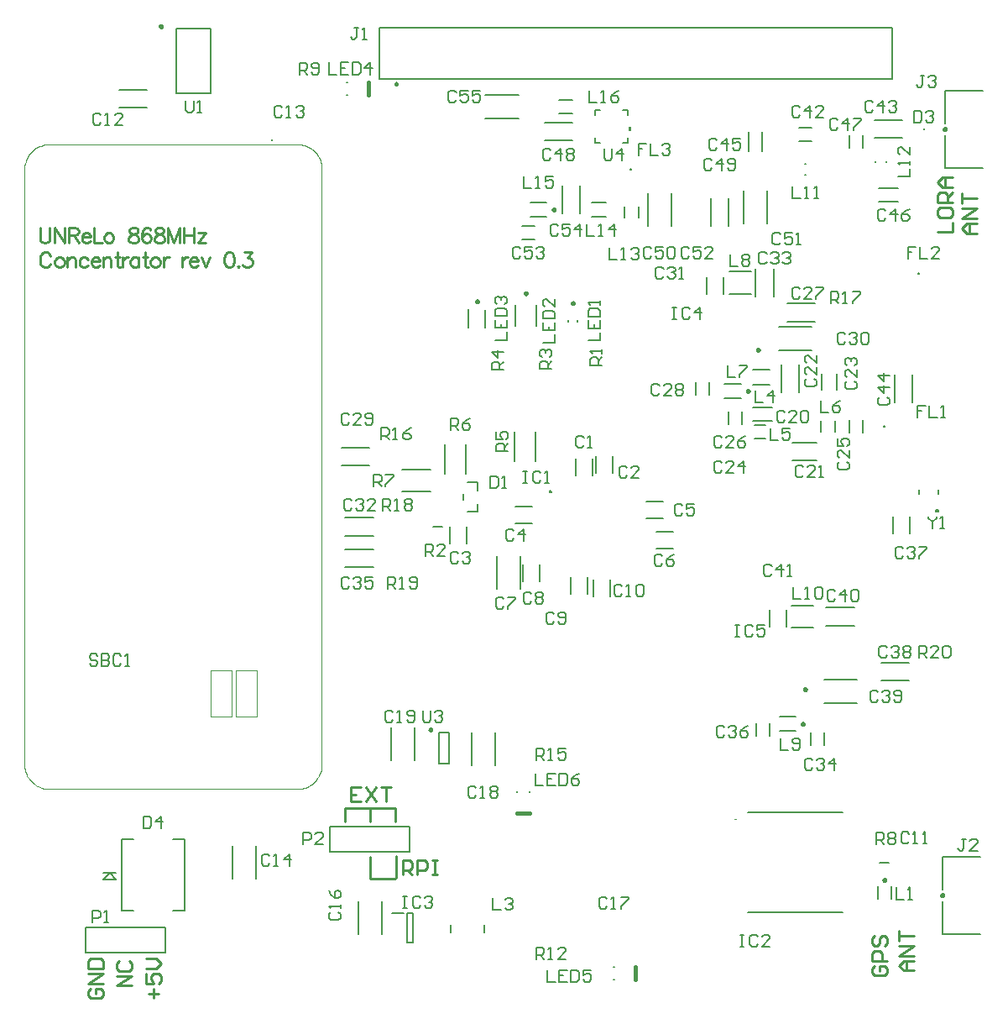
<source format=gto>
%FSLAX23Y23*%
%MOIN*%
%SFA1B1*%

%IPPOS*%
%ADD10C,0.009840*%
%ADD11C,0.003940*%
%ADD12C,0.006890*%
%ADD13C,0.007870*%
%ADD14C,0.015750*%
%ADD15C,0.010000*%
%ADD16C,0.006000*%
%ADD17C,0.005000*%
%ADD18C,0.007090*%
%LNconcentrator_pcb-1*%
%LPD*%
G36*
X2496Y3488D02*
X2506D01*
Y3473*
X2496*
Y3488*
G37*
G54D10*
X3194Y1120D02*
D01*
X3194Y1120*
X3194Y1120*
X3194Y1121*
X3194Y1121*
X3194Y1121*
X3193Y1122*
X3193Y1122*
X3193Y1122*
X3193Y1123*
X3193Y1123*
X3192Y1123*
X3192Y1123*
X3192Y1124*
X3192Y1124*
X3191Y1124*
X3191Y1124*
X3191Y1124*
X3190Y1124*
X3190Y1124*
X3190Y1125*
X3189Y1125*
X3189Y1125*
X3189*
X3188Y1125*
X3188Y1125*
X3188Y1124*
X3187Y1124*
X3187Y1124*
X3187Y1124*
X3187Y1124*
X3186Y1124*
X3186Y1124*
X3186Y1123*
X3185Y1123*
X3185Y1123*
X3185Y1123*
X3185Y1122*
X3185Y1122*
X3184Y1122*
X3184Y1121*
X3184Y1121*
X3184Y1121*
X3184Y1120*
X3184Y1120*
X3184Y1120*
X3184Y1119*
X3184Y1119*
X3184Y1119*
X3184Y1118*
X3184Y1118*
X3184Y1118*
X3185Y1117*
X3185Y1117*
X3185Y1117*
X3185Y1116*
X3185Y1116*
X3186Y1116*
X3186Y1116*
X3186Y1116*
X3187Y1115*
X3187Y1115*
X3187Y1115*
X3187Y1115*
X3188Y1115*
X3188Y1115*
X3188Y1115*
X3189Y1115*
X3189*
X3189Y1115*
X3190Y1115*
X3190Y1115*
X3190Y1115*
X3191Y1115*
X3191Y1115*
X3191Y1115*
X3192Y1116*
X3192Y1116*
X3192Y1116*
X3192Y1116*
X3193Y1116*
X3193Y1117*
X3193Y1117*
X3193Y1117*
X3193Y1118*
X3194Y1118*
X3194Y1118*
X3194Y1119*
X3194Y1119*
X3194Y1119*
X3194Y1120*
X2976Y2440D02*
D01*
X2976Y2440*
X2976Y2440*
X2976Y2441*
X2976Y2441*
X2976Y2441*
X2976Y2442*
X2975Y2442*
X2975Y2442*
X2975Y2442*
X2975Y2443*
X2975Y2443*
X2974Y2443*
X2974Y2443*
X2974Y2444*
X2974Y2444*
X2973Y2444*
X2973Y2444*
X2973Y2444*
X2972Y2444*
X2972Y2444*
X2972Y2444*
X2971Y2444*
X2971*
X2971Y2444*
X2970Y2444*
X2970Y2444*
X2970Y2444*
X2969Y2444*
X2969Y2444*
X2969Y2444*
X2968Y2444*
X2968Y2443*
X2968Y2443*
X2968Y2443*
X2967Y2443*
X2967Y2442*
X2967Y2442*
X2967Y2442*
X2967Y2442*
X2967Y2441*
X2966Y2441*
X2966Y2441*
X2966Y2440*
X2966Y2440*
X2966Y2440*
X2966Y2439*
X2966Y2439*
X2966Y2438*
X2966Y2438*
X2967Y2438*
X2967Y2437*
X2967Y2437*
X2967Y2437*
X2967Y2437*
X2967Y2436*
X2968Y2436*
X2968Y2436*
X2968Y2436*
X2968Y2435*
X2969Y2435*
X2969Y2435*
X2969Y2435*
X2970Y2435*
X2970Y2435*
X2970Y2435*
X2971Y2435*
X2971Y2435*
X2971*
X2972Y2435*
X2972Y2435*
X2972Y2435*
X2973Y2435*
X2973Y2435*
X2973Y2435*
X2974Y2435*
X2974Y2435*
X2974Y2436*
X2974Y2436*
X2975Y2436*
X2975Y2436*
X2975Y2437*
X2975Y2437*
X2975Y2437*
X2976Y2437*
X2976Y2438*
X2976Y2438*
X2976Y2438*
X2976Y2439*
X2976Y2439*
X2976Y2440*
X645Y3887D02*
D01*
X645Y3888*
X645Y3888*
X645Y3888*
X645Y3889*
X644Y3889*
X644Y3889*
X644Y3890*
X644Y3890*
X644Y3890*
X644Y3890*
X643Y3891*
X643Y3891*
X643Y3891*
X643Y3891*
X642Y3892*
X642Y3892*
X642Y3892*
X641Y3892*
X641Y3892*
X641Y3892*
X640Y3892*
X640Y3892*
X640*
X639Y3892*
X639Y3892*
X639Y3892*
X638Y3892*
X638Y3892*
X638Y3892*
X637Y3892*
X637Y3891*
X637Y3891*
X636Y3891*
X636Y3891*
X636Y3890*
X636Y3890*
X636Y3890*
X635Y3890*
X635Y3889*
X635Y3889*
X635Y3889*
X635Y3888*
X635Y3888*
X635Y3888*
X635Y3887*
X635Y3887*
X635Y3887*
X635Y3886*
X635Y3886*
X635Y3886*
X635Y3885*
X635Y3885*
X636Y3885*
X636Y3884*
X636Y3884*
X636Y3884*
X636Y3884*
X637Y3883*
X637Y3883*
X637Y3883*
X638Y3883*
X638Y3883*
X638Y3883*
X639Y3883*
X639Y3882*
X639Y3882*
X640Y3882*
X640*
X640Y3882*
X641Y3882*
X641Y3883*
X641Y3883*
X642Y3883*
X642Y3883*
X642Y3883*
X643Y3883*
X643Y3883*
X643Y3884*
X643Y3884*
X644Y3884*
X644Y3884*
X644Y3885*
X644Y3885*
X644Y3885*
X644Y3886*
X645Y3886*
X645Y3886*
X645Y3887*
X645Y3887*
X645Y3887*
X2205Y3160D02*
D01*
X2205Y3160*
X2205Y3160*
X2205Y3161*
X2205Y3161*
X2205Y3161*
X2204Y3162*
X2204Y3162*
X2204Y3162*
X2204Y3162*
X2204Y3163*
X2204Y3163*
X2203Y3163*
X2203Y3163*
X2203Y3164*
X2202Y3164*
X2202Y3164*
X2202Y3164*
X2202Y3164*
X2201Y3164*
X2201Y3164*
X2200Y3164*
X2200Y3164*
X2200*
X2199Y3164*
X2199Y3164*
X2199Y3164*
X2198Y3164*
X2198Y3164*
X2198Y3164*
X2198Y3164*
X2197Y3164*
X2197Y3163*
X2197Y3163*
X2196Y3163*
X2196Y3163*
X2196Y3162*
X2196Y3162*
X2196Y3162*
X2195Y3162*
X2195Y3161*
X2195Y3161*
X2195Y3161*
X2195Y3160*
X2195Y3160*
X2195Y3160*
X2195Y3159*
X2195Y3159*
X2195Y3158*
X2195Y3158*
X2195Y3158*
X2195Y3157*
X2196Y3157*
X2196Y3157*
X2196Y3157*
X2196Y3156*
X2196Y3156*
X2197Y3156*
X2197Y3156*
X2197Y3155*
X2198Y3155*
X2198Y3155*
X2198Y3155*
X2198Y3155*
X2199Y3155*
X2199Y3155*
X2199Y3155*
X2200Y3155*
X2200*
X2200Y3155*
X2201Y3155*
X2201Y3155*
X2202Y3155*
X2202Y3155*
X2202Y3155*
X2202Y3155*
X2203Y3155*
X2203Y3156*
X2203Y3156*
X2204Y3156*
X2204Y3156*
X2204Y3157*
X2204Y3157*
X2204Y3157*
X2204Y3157*
X2205Y3158*
X2205Y3158*
X2205Y3158*
X2205Y3159*
X2205Y3159*
X2205Y3160*
X1900Y2795D02*
D01*
X1900Y2795*
X1900Y2796*
X1900Y2796*
X1900Y2796*
X1900Y2797*
X1899Y2797*
X1899Y2797*
X1899Y2797*
X1899Y2798*
X1899Y2798*
X1899Y2798*
X1898Y2799*
X1898Y2799*
X1898Y2799*
X1897Y2799*
X1897Y2799*
X1897Y2799*
X1896Y2800*
X1896Y2800*
X1896Y2800*
X1895Y2800*
X1895Y2800*
X1895*
X1894Y2800*
X1894Y2800*
X1894Y2800*
X1893Y2800*
X1893Y2799*
X1893Y2799*
X1893Y2799*
X1892Y2799*
X1892Y2799*
X1892Y2799*
X1891Y2798*
X1891Y2798*
X1891Y2798*
X1891Y2797*
X1891Y2797*
X1890Y2797*
X1890Y2797*
X1890Y2796*
X1890Y2796*
X1890Y2796*
X1890Y2795*
X1890Y2795*
X1890Y2795*
X1890Y2794*
X1890Y2794*
X1890Y2793*
X1890Y2793*
X1890Y2793*
X1891Y2793*
X1891Y2792*
X1891Y2792*
X1891Y2792*
X1891Y2791*
X1892Y2791*
X1892Y2791*
X1892Y2791*
X1893Y2791*
X1893Y2790*
X1893Y2790*
X1893Y2790*
X1894Y2790*
X1894Y2790*
X1894Y2790*
X1895Y2790*
X1895*
X1895Y2790*
X1896Y2790*
X1896Y2790*
X1896Y2790*
X1897Y2790*
X1897Y2790*
X1897Y2791*
X1898Y2791*
X1898Y2791*
X1898Y2791*
X1899Y2791*
X1899Y2792*
X1899Y2792*
X1899Y2792*
X1899Y2793*
X1899Y2793*
X1900Y2793*
X1900Y2793*
X1900Y2794*
X1900Y2794*
X1900Y2795*
X1900Y2795*
X2281Y2789D02*
D01*
X2281Y2789*
X2281Y2789*
X2281Y2790*
X2281Y2790*
X2281Y2790*
X2281Y2791*
X2281Y2791*
X2281Y2791*
X2280Y2792*
X2280Y2792*
X2280Y2792*
X2280Y2792*
X2279Y2793*
X2279Y2793*
X2279Y2793*
X2279Y2793*
X2278Y2793*
X2278Y2793*
X2278Y2793*
X2277Y2793*
X2277Y2794*
X2277Y2794*
X2276*
X2276Y2794*
X2276Y2793*
X2275Y2793*
X2275Y2793*
X2275Y2793*
X2274Y2793*
X2274Y2793*
X2274Y2793*
X2273Y2793*
X2273Y2792*
X2273Y2792*
X2273Y2792*
X2272Y2792*
X2272Y2791*
X2272Y2791*
X2272Y2791*
X2272Y2790*
X2272Y2790*
X2272Y2790*
X2272Y2789*
X2272Y2789*
X2272Y2789*
X2272Y2788*
X2272Y2788*
X2272Y2788*
X2272Y2787*
X2272Y2787*
X2272Y2787*
X2272Y2786*
X2272Y2786*
X2272Y2786*
X2273Y2785*
X2273Y2785*
X2273Y2785*
X2273Y2785*
X2274Y2785*
X2274Y2784*
X2274Y2784*
X2275Y2784*
X2275Y2784*
X2275Y2784*
X2276Y2784*
X2276Y2784*
X2276Y2784*
X2277*
X2277Y2784*
X2277Y2784*
X2278Y2784*
X2278Y2784*
X2278Y2784*
X2279Y2784*
X2279Y2784*
X2279Y2785*
X2279Y2785*
X2280Y2785*
X2280Y2785*
X2280Y2785*
X2280Y2786*
X2281Y2786*
X2281Y2786*
X2281Y2787*
X2281Y2787*
X2281Y2787*
X2281Y2788*
X2281Y2788*
X2281Y2788*
X2281Y2789*
X1715Y1095D02*
D01*
X1715Y1096*
X1715Y1096*
X1715Y1096*
X1715Y1097*
X1715Y1097*
X1715Y1097*
X1715Y1098*
X1715Y1098*
X1714Y1098*
X1714Y1099*
X1714Y1099*
X1714Y1099*
X1713Y1099*
X1713Y1099*
X1713Y1100*
X1713Y1100*
X1712Y1100*
X1712Y1100*
X1712Y1100*
X1711Y1100*
X1711Y1100*
X1711Y1100*
X1710*
X1710Y1100*
X1710Y1100*
X1709Y1100*
X1709Y1100*
X1709Y1100*
X1708Y1100*
X1708Y1100*
X1708Y1099*
X1707Y1099*
X1707Y1099*
X1707Y1099*
X1707Y1099*
X1706Y1098*
X1706Y1098*
X1706Y1098*
X1706Y1097*
X1706Y1097*
X1706Y1097*
X1706Y1096*
X1705Y1096*
X1705Y1096*
X1705Y1095*
X1705Y1095*
X1705Y1095*
X1706Y1094*
X1706Y1094*
X1706Y1094*
X1706Y1093*
X1706Y1093*
X1706Y1093*
X1706Y1092*
X1707Y1092*
X1707Y1092*
X1707Y1092*
X1707Y1091*
X1708Y1091*
X1708Y1091*
X1708Y1091*
X1709Y1091*
X1709Y1091*
X1709Y1091*
X1710Y1091*
X1710Y1090*
X1710Y1090*
X1711*
X1711Y1090*
X1711Y1091*
X1712Y1091*
X1712Y1091*
X1712Y1091*
X1713Y1091*
X1713Y1091*
X1713Y1091*
X1713Y1091*
X1714Y1092*
X1714Y1092*
X1714Y1092*
X1714Y1092*
X1715Y1093*
X1715Y1093*
X1715Y1093*
X1715Y1094*
X1715Y1094*
X1715Y1094*
X1715Y1095*
X1715Y1095*
X1715Y1095*
X1579Y3659D02*
D01*
X1579Y3659*
X1579Y3659*
X1579Y3660*
X1579Y3660*
X1579Y3660*
X1579Y3661*
X1579Y3661*
X1579Y3661*
X1578Y3662*
X1578Y3662*
X1578Y3662*
X1578Y3662*
X1578Y3663*
X1577Y3663*
X1577Y3663*
X1577Y3663*
X1576Y3663*
X1576Y3663*
X1576Y3663*
X1575Y3663*
X1575Y3664*
X1575Y3664*
X1574*
X1574Y3664*
X1574Y3663*
X1573Y3663*
X1573Y3663*
X1573Y3663*
X1572Y3663*
X1572Y3663*
X1572Y3663*
X1571Y3663*
X1571Y3662*
X1571Y3662*
X1571Y3662*
X1571Y3662*
X1570Y3661*
X1570Y3661*
X1570Y3661*
X1570Y3660*
X1570Y3660*
X1570Y3660*
X1570Y3659*
X1570Y3659*
X1570Y3659*
X1570Y3658*
X1570Y3658*
X1570Y3658*
X1570Y3657*
X1570Y3657*
X1570Y3657*
X1570Y3656*
X1570Y3656*
X1571Y3656*
X1571Y3655*
X1571Y3655*
X1571Y3655*
X1571Y3655*
X1572Y3655*
X1572Y3654*
X1572Y3654*
X1573Y3654*
X1573Y3654*
X1573Y3654*
X1574Y3654*
X1574Y3654*
X1574Y3654*
X1575*
X1575Y3654*
X1575Y3654*
X1576Y3654*
X1576Y3654*
X1576Y3654*
X1577Y3654*
X1577Y3654*
X1577Y3655*
X1578Y3655*
X1578Y3655*
X1578Y3655*
X1578Y3655*
X1578Y3656*
X1579Y3656*
X1579Y3656*
X1579Y3657*
X1579Y3657*
X1579Y3657*
X1579Y3658*
X1579Y3658*
X1579Y3658*
X1579Y3659*
X2094Y2828D02*
D01*
X2094Y2828*
X2094Y2829*
X2094Y2829*
X2094Y2829*
X2094Y2830*
X2094Y2830*
X2094Y2830*
X2094Y2831*
X2093Y2831*
X2093Y2831*
X2093Y2831*
X2093Y2832*
X2093Y2832*
X2092Y2832*
X2092Y2832*
X2092Y2833*
X2091Y2833*
X2091Y2833*
X2091Y2833*
X2090Y2833*
X2090Y2833*
X2090Y2833*
X2089*
X2089Y2833*
X2089Y2833*
X2088Y2833*
X2088Y2833*
X2088Y2833*
X2087Y2833*
X2087Y2832*
X2087Y2832*
X2086Y2832*
X2086Y2832*
X2086Y2831*
X2086Y2831*
X2086Y2831*
X2085Y2831*
X2085Y2830*
X2085Y2830*
X2085Y2830*
X2085Y2829*
X2085Y2829*
X2085Y2829*
X2085Y2828*
X2085Y2828*
X2085Y2828*
X2085Y2827*
X2085Y2827*
X2085Y2827*
X2085Y2826*
X2085Y2826*
X2085Y2826*
X2085Y2825*
X2086Y2825*
X2086Y2825*
X2086Y2825*
X2086Y2824*
X2086Y2824*
X2087Y2824*
X2087Y2824*
X2087Y2824*
X2088Y2824*
X2088Y2823*
X2088Y2823*
X2089Y2823*
X2089Y2823*
X2089Y2823*
X2090*
X2090Y2823*
X2090Y2823*
X2091Y2823*
X2091Y2823*
X2091Y2824*
X2092Y2824*
X2092Y2824*
X2092Y2824*
X2093Y2824*
X2093Y2824*
X2093Y2825*
X2093Y2825*
X2093Y2825*
X2094Y2825*
X2094Y2826*
X2094Y2826*
X2094Y2826*
X2094Y2827*
X2094Y2827*
X2094Y2827*
X2094Y2828*
X2094Y2828*
X3758Y3480D02*
D01*
X3758Y3480*
X3758Y3480*
X3758Y3481*
X3758Y3481*
X3758Y3481*
X3758Y3482*
X3758Y3482*
X3757Y3482*
X3757Y3482*
X3757Y3483*
X3757Y3483*
X3756Y3483*
X3756Y3483*
X3756Y3484*
X3756Y3484*
X3755Y3484*
X3755Y3484*
X3755Y3484*
X3754Y3484*
X3754Y3484*
X3754Y3484*
X3753Y3484*
X3753*
X3753Y3484*
X3752Y3484*
X3752Y3484*
X3752Y3484*
X3751Y3484*
X3751Y3484*
X3751Y3484*
X3750Y3484*
X3750Y3483*
X3750Y3483*
X3750Y3483*
X3749Y3483*
X3749Y3482*
X3749Y3482*
X3749Y3482*
X3749Y3482*
X3749Y3481*
X3748Y3481*
X3748Y3481*
X3748Y3480*
X3748Y3480*
X3748Y3480*
X3748Y3479*
X3748Y3479*
X3748Y3478*
X3748Y3478*
X3749Y3478*
X3749Y3477*
X3749Y3477*
X3749Y3477*
X3749Y3477*
X3749Y3476*
X3750Y3476*
X3750Y3476*
X3750Y3476*
X3750Y3475*
X3751Y3475*
X3751Y3475*
X3751Y3475*
X3752Y3475*
X3752Y3475*
X3752Y3475*
X3753Y3475*
X3753Y3475*
X3753*
X3754Y3475*
X3754Y3475*
X3754Y3475*
X3755Y3475*
X3755Y3475*
X3755Y3475*
X3756Y3475*
X3756Y3475*
X3756Y3476*
X3756Y3476*
X3757Y3476*
X3757Y3476*
X3757Y3477*
X3757Y3477*
X3758Y3477*
X3758Y3477*
X3758Y3478*
X3758Y3478*
X3758Y3478*
X3758Y3479*
X3758Y3479*
X3758Y3480*
X3016Y2604D02*
D01*
X3016Y2604*
X3016Y2604*
X3016Y2605*
X3016Y2605*
X3016Y2605*
X3016Y2606*
X3016Y2606*
X3016Y2606*
X3015Y2606*
X3015Y2607*
X3015Y2607*
X3015Y2607*
X3014Y2607*
X3014Y2608*
X3014Y2608*
X3014Y2608*
X3013Y2608*
X3013Y2608*
X3013Y2608*
X3012Y2608*
X3012Y2608*
X3012Y2609*
X3011*
X3011Y2608*
X3011Y2608*
X3010Y2608*
X3010Y2608*
X3010Y2608*
X3009Y2608*
X3009Y2608*
X3009Y2608*
X3008Y2607*
X3008Y2607*
X3008Y2607*
X3008Y2607*
X3007Y2606*
X3007Y2606*
X3007Y2606*
X3007Y2606*
X3007Y2605*
X3007Y2605*
X3007Y2605*
X3007Y2604*
X3007Y2604*
X3007Y2604*
X3007Y2603*
X3007Y2603*
X3007Y2603*
X3007Y2602*
X3007Y2602*
X3007Y2602*
X3007Y2601*
X3007Y2601*
X3007Y2601*
X3008Y2600*
X3008Y2600*
X3008Y2600*
X3008Y2600*
X3009Y2600*
X3009Y2599*
X3009Y2599*
X3010Y2599*
X3010Y2599*
X3010Y2599*
X3011Y2599*
X3011Y2599*
X3011Y2599*
X3012*
X3012Y2599*
X3012Y2599*
X3013Y2599*
X3013Y2599*
X3013Y2599*
X3014Y2599*
X3014Y2599*
X3014Y2600*
X3014Y2600*
X3015Y2600*
X3015Y2600*
X3015Y2600*
X3015Y2601*
X3016Y2601*
X3016Y2601*
X3016Y2602*
X3016Y2602*
X3016Y2602*
X3016Y2603*
X3016Y2603*
X3016Y2603*
X3016Y2604*
X3518Y500D02*
D01*
X3518Y500*
X3518Y500*
X3518Y501*
X3518Y501*
X3518Y501*
X3518Y502*
X3517Y502*
X3517Y502*
X3517Y503*
X3517Y503*
X3517Y503*
X3516Y503*
X3516Y504*
X3516Y504*
X3516Y504*
X3515Y504*
X3515Y504*
X3515Y504*
X3514Y504*
X3514Y505*
X3514Y505*
X3513Y505*
X3513*
X3513Y505*
X3512Y505*
X3512Y504*
X3512Y504*
X3511Y504*
X3511Y504*
X3511Y504*
X3510Y504*
X3510Y504*
X3510Y503*
X3510Y503*
X3509Y503*
X3509Y503*
X3509Y502*
X3509Y502*
X3509Y502*
X3508Y501*
X3508Y501*
X3508Y501*
X3508Y500*
X3508Y500*
X3508Y500*
X3508Y499*
X3508Y499*
X3508Y499*
X3508Y498*
X3508Y498*
X3509Y498*
X3509Y497*
X3509Y497*
X3509Y497*
X3509Y497*
X3510Y496*
X3510Y496*
X3510Y496*
X3510Y496*
X3511Y495*
X3511Y495*
X3511Y495*
X3512Y495*
X3512Y495*
X3512Y495*
X3513Y495*
X3513Y495*
X3513*
X3514Y495*
X3514Y495*
X3514Y495*
X3515Y495*
X3515Y495*
X3515Y495*
X3516Y495*
X3516Y496*
X3516Y496*
X3516Y496*
X3517Y496*
X3517Y497*
X3517Y497*
X3517Y497*
X3517Y497*
X3518Y498*
X3518Y498*
X3518Y498*
X3518Y499*
X3518Y499*
X3518Y499*
X3518Y500*
X3748Y440D02*
D01*
X3748Y440*
X3748Y440*
X3748Y441*
X3748Y441*
X3748Y441*
X3748Y442*
X3748Y442*
X3747Y442*
X3747Y442*
X3747Y443*
X3747Y443*
X3746Y443*
X3746Y443*
X3746Y444*
X3746Y444*
X3745Y444*
X3745Y444*
X3745Y444*
X3744Y444*
X3744Y444*
X3744Y444*
X3743Y444*
X3743*
X3743Y444*
X3742Y444*
X3742Y444*
X3742Y444*
X3741Y444*
X3741Y444*
X3741Y444*
X3740Y444*
X3740Y443*
X3740Y443*
X3740Y443*
X3739Y443*
X3739Y442*
X3739Y442*
X3739Y442*
X3739Y442*
X3739Y441*
X3738Y441*
X3738Y441*
X3738Y440*
X3738Y440*
X3738Y440*
X3738Y439*
X3738Y439*
X3738Y438*
X3738Y438*
X3739Y438*
X3739Y437*
X3739Y437*
X3739Y437*
X3739Y437*
X3739Y436*
X3740Y436*
X3740Y436*
X3740Y436*
X3740Y435*
X3741Y435*
X3741Y435*
X3741Y435*
X3742Y435*
X3742Y435*
X3742Y435*
X3743Y435*
X3743Y435*
X3743*
X3744Y435*
X3744Y435*
X3744Y435*
X3745Y435*
X3745Y435*
X3745Y435*
X3746Y435*
X3746Y435*
X3746Y436*
X3746Y436*
X3747Y436*
X3747Y436*
X3747Y437*
X3747Y437*
X3748Y437*
X3748Y437*
X3748Y438*
X3748Y438*
X3748Y438*
X3748Y439*
X3748Y439*
X3748Y440*
X3203Y1256D02*
D01*
X3203Y1256*
X3203Y1257*
X3203Y1257*
X3203Y1257*
X3203Y1258*
X3203Y1258*
X3203Y1258*
X3202Y1259*
X3202Y1259*
X3202Y1259*
X3202Y1259*
X3202Y1260*
X3201Y1260*
X3201Y1260*
X3201Y1260*
X3200Y1260*
X3200Y1261*
X3200Y1261*
X3199Y1261*
X3199Y1261*
X3199Y1261*
X3198Y1261*
X3198*
X3198Y1261*
X3197Y1261*
X3197Y1261*
X3197Y1261*
X3196Y1261*
X3196Y1260*
X3196Y1260*
X3196Y1260*
X3195Y1260*
X3195Y1260*
X3195Y1259*
X3195Y1259*
X3194Y1259*
X3194Y1259*
X3194Y1258*
X3194Y1258*
X3194Y1258*
X3194Y1257*
X3193Y1257*
X3193Y1257*
X3193Y1256*
X3193Y1256*
X3193Y1256*
X3193Y1255*
X3193Y1255*
X3194Y1255*
X3194Y1254*
X3194Y1254*
X3194Y1254*
X3194Y1253*
X3194Y1253*
X3195Y1253*
X3195Y1253*
X3195Y1252*
X3195Y1252*
X3196Y1252*
X3196Y1252*
X3196Y1252*
X3196Y1251*
X3197Y1251*
X3197Y1251*
X3197Y1251*
X3198Y1251*
X3198Y1251*
X3198*
X3199Y1251*
X3199Y1251*
X3199Y1251*
X3200Y1251*
X3200Y1251*
X3200Y1252*
X3201Y1252*
X3201Y1252*
X3201Y1252*
X3202Y1252*
X3202Y1253*
X3202Y1253*
X3202Y1253*
X3202Y1253*
X3203Y1254*
X3203Y1254*
X3203Y1254*
X3203Y1255*
X3203Y1255*
X3203Y1255*
X3203Y1256*
X3203Y1256*
G54D11*
X3672Y3480D02*
D01*
X3672Y3481*
X3672Y3481*
X3672Y3481*
X3672Y3481*
X3672Y3481*
X3672Y3481*
X3672Y3481*
X3672Y3481*
X3672Y3482*
X3672Y3482*
X3672Y3482*
X3671Y3482*
X3671Y3482*
X3671Y3482*
X3671Y3482*
X3671Y3482*
X3671Y3482*
X3671Y3482*
X3671Y3482*
X3671Y3482*
X3670Y3482*
X3670Y3482*
X3670*
X3670Y3482*
X3670Y3482*
X3670Y3482*
X3670Y3482*
X3669Y3482*
X3669Y3482*
X3669Y3482*
X3669Y3482*
X3669Y3482*
X3669Y3482*
X3669Y3482*
X3669Y3482*
X3669Y3482*
X3668Y3481*
X3668Y3481*
X3668Y3481*
X3668Y3481*
X3668Y3481*
X3668Y3481*
X3668Y3481*
X3668Y3481*
X3668Y3480*
X3668Y3480*
X3668Y3480*
X3668Y3480*
X3668Y3480*
X3668Y3480*
X3668Y3480*
X3668Y3479*
X3668Y3479*
X3669Y3479*
X3669Y3479*
X3669Y3479*
X3669Y3479*
X3669Y3479*
X3669Y3479*
X3669Y3479*
X3669Y3479*
X3669Y3479*
X3670Y3479*
X3670Y3478*
X3670Y3478*
X3670Y3478*
X3670Y3478*
X3670*
X3670Y3478*
X3671Y3478*
X3671Y3478*
X3671Y3479*
X3671Y3479*
X3671Y3479*
X3671Y3479*
X3671Y3479*
X3671Y3479*
X3671Y3479*
X3672Y3479*
X3672Y3479*
X3672Y3479*
X3672Y3479*
X3672Y3479*
X3672Y3480*
X3672Y3480*
X3672Y3480*
X3672Y3480*
X3672Y3480*
X3672Y3480*
X3672Y3480*
X1279Y3321D02*
D01*
X1279Y3327*
X1278Y3334*
X1277Y3341*
X1275Y3348*
X1273Y3354*
X1271Y3361*
X1268Y3367*
X1264Y3373*
X1260Y3378*
X1256Y3384*
X1251Y3389*
X1246Y3394*
X1241Y3398*
X1236Y3402*
X1230Y3406*
X1224Y3409*
X1217Y3412*
X1211Y3414*
X1204Y3416*
X1198Y3418*
X1191Y3418*
X1184Y3419*
X1179Y3419*
X1179Y860D02*
D01*
X1186Y860*
X1193Y861*
X1200Y862*
X1207Y864*
X1213Y866*
X1220Y869*
X1226Y872*
X1232Y875*
X1238Y879*
X1243Y883*
X1249Y888*
X1253Y893*
X1258Y898*
X1262Y904*
X1266Y910*
X1269Y916*
X1272Y922*
X1274Y929*
X1276Y936*
X1278Y943*
X1278Y949*
X1279Y956*
X1279Y958*
X98Y958D02*
D01*
X98Y952*
X99Y945*
X100Y938*
X102Y931*
X104Y925*
X106Y918*
X109Y912*
X113Y906*
X117Y901*
X121Y895*
X126Y890*
X131Y885*
X136Y881*
X141Y877*
X147Y873*
X153Y870*
X159Y867*
X166Y865*
X173Y863*
X179Y861*
X186Y860*
X193Y860*
X198Y860*
X198Y3419D02*
D01*
X191Y3419*
X184Y3418*
X177Y3417*
X170Y3415*
X164Y3413*
X157Y3410*
X151Y3407*
X145Y3404*
X139Y3400*
X134Y3396*
X128Y3391*
X124Y3386*
X119Y3381*
X115Y3375*
X111Y3369*
X108Y3363*
X105Y3356*
X103Y3350*
X101Y3343*
X99Y3336*
X98Y3329*
X98Y3322*
X98Y3321*
X1080Y3436D02*
D01*
X1080Y3436*
X1080Y3437*
X1080Y3437*
X1080Y3437*
X1080Y3437*
X1080Y3437*
X1080Y3437*
X1080Y3437*
X1079Y3437*
X1079Y3438*
X1079Y3438*
X1079Y3438*
X1079Y3438*
X1079Y3438*
X1079Y3438*
X1079Y3438*
X1079Y3438*
X1078Y3438*
X1078Y3438*
X1078Y3438*
X1078Y3438*
X1078Y3438*
X1078*
X1078Y3438*
X1077Y3438*
X1077Y3438*
X1077Y3438*
X1077Y3438*
X1077Y3438*
X1077Y3438*
X1077Y3438*
X1077Y3438*
X1077Y3438*
X1076Y3438*
X1076Y3438*
X1076Y3437*
X1076Y3437*
X1076Y3437*
X1076Y3437*
X1076Y3437*
X1076Y3437*
X1076Y3437*
X1076Y3437*
X1076Y3436*
X1076Y3436*
D01*
X1076Y3436*
X1076Y3436*
X1076Y3436*
X1076Y3436*
X1076Y3436*
X1076Y3436*
X1076Y3435*
X1076Y3435*
X1076Y3435*
X1076Y3435*
X1076Y3435*
X1077Y3435*
X1077Y3435*
X1077Y3435*
X1077Y3435*
X1077Y3435*
X1077Y3434*
X1077Y3434*
X1077Y3434*
X1078Y3434*
X1078Y3434*
X1078Y3434*
X1078*
X1078Y3434*
X1078Y3434*
X1078Y3434*
X1078Y3434*
X1079Y3434*
X1079Y3435*
X1079Y3435*
X1079Y3435*
X1079Y3435*
X1079Y3435*
X1079Y3435*
X1079Y3435*
X1079Y3435*
X1080Y3435*
X1080Y3435*
X1080Y3436*
X1080Y3436*
X1080Y3436*
X1080Y3436*
X1080Y3436*
X1080Y3436*
X1080Y3436*
X2919Y742D02*
X2923D01*
X2919*
X1279Y958D02*
Y3321D01*
X198Y860D02*
X1179D01*
X98Y958D02*
Y3321D01*
X198Y3419D02*
X1179D01*
X836Y1330D02*
X922D01*
X836Y1149D02*
Y1330D01*
Y1149D02*
X922D01*
Y1330*
X936D02*
X1022D01*
X936Y1149D02*
Y1330D01*
Y1149D02*
X1022D01*
Y1330*
G54D12*
X2190Y2040D02*
D01*
X2190Y2041*
X2190Y2041*
X2190Y2041*
X2190Y2041*
X2190Y2042*
X2190Y2042*
X2190Y2042*
X2190Y2042*
X2190Y2042*
X2190Y2043*
X2189Y2043*
X2189Y2043*
X2189Y2043*
X2189Y2043*
X2189Y2043*
X2188Y2044*
X2188Y2044*
X2188Y2044*
X2188Y2044*
X2188Y2044*
X2187Y2044*
X2187Y2044*
X2187*
X2187Y2044*
X2186Y2044*
X2186Y2044*
X2186Y2044*
X2186Y2044*
X2185Y2044*
X2185Y2043*
X2185Y2043*
X2185Y2043*
X2185Y2043*
X2184Y2043*
X2184Y2043*
X2184Y2042*
X2184Y2042*
X2184Y2042*
X2184Y2042*
X2184Y2042*
X2184Y2041*
X2184Y2041*
X2184Y2041*
X2183Y2041*
X2183Y2040*
X2183Y2040*
X2184Y2040*
X2184Y2040*
X2184Y2039*
X2184Y2039*
X2184Y2039*
X2184Y2039*
X2184Y2039*
X2184Y2038*
X2184Y2038*
X2184Y2038*
X2185Y2038*
X2185Y2038*
X2185Y2038*
X2185Y2037*
X2185Y2037*
X2186Y2037*
X2186Y2037*
X2186Y2037*
X2186Y2037*
X2187Y2037*
X2187Y2037*
X2187*
X2187Y2037*
X2188Y2037*
X2188Y2037*
X2188Y2037*
X2188Y2037*
X2188Y2037*
X2189Y2037*
X2189Y2038*
X2189Y2038*
X2189Y2038*
X2189Y2038*
X2190Y2038*
X2190Y2038*
X2190Y2039*
X2190Y2039*
X2190Y2039*
X2190Y2039*
X2190Y2039*
X2190Y2040*
X2190Y2040*
X2190Y2040*
X2190Y2040*
G54D13*
X2509Y3320D02*
D01*
X2509Y3320*
X2509Y3320*
X2509Y3320*
X2509Y3320*
X2509Y3320*
X2509Y3320*
X2509Y3320*
X2509Y3321*
X2508Y3321*
X2508Y3321*
X2508Y3321*
X2508Y3321*
X2508Y3321*
X2508Y3321*
X2508Y3321*
X2508Y3321*
X2508Y3321*
X2508Y3321*
X2507Y3321*
X2507Y3321*
X2507Y3321*
X2507Y3321*
X2507*
X2507Y3321*
X2507Y3321*
X2506Y3321*
X2506Y3321*
X2506Y3321*
X2506Y3321*
X2506Y3321*
X2506Y3321*
X2506Y3321*
X2506Y3321*
X2505Y3321*
X2505Y3321*
X2505Y3321*
X2505Y3321*
X2505Y3320*
X2505Y3320*
X2505Y3320*
X2505Y3320*
X2505Y3320*
X2505Y3320*
X2505Y3320*
X2505Y3320*
D01*
X2505Y3319*
X2505Y3319*
X2505Y3319*
X2505Y3319*
X2505Y3319*
X2505Y3319*
X2505Y3319*
X2505Y3318*
X2505Y3318*
X2505Y3318*
X2505Y3318*
X2506Y3318*
X2506Y3318*
X2506Y3318*
X2506Y3318*
X2506Y3318*
X2506Y3318*
X2506Y3318*
X2506Y3318*
X2507Y3318*
X2507Y3318*
X2507Y3318*
X2507*
X2507Y3318*
X2507Y3318*
X2507Y3318*
X2508Y3318*
X2508Y3318*
X2508Y3318*
X2508Y3318*
X2508Y3318*
X2508Y3318*
X2508Y3318*
X2508Y3318*
X2508Y3318*
X2508Y3318*
X2509Y3318*
X2509Y3319*
X2509Y3319*
X2509Y3319*
X2509Y3319*
X2509Y3319*
X2509Y3319*
X2509Y3319*
X2509Y3320*
D01*
X2509Y3320*
X2509Y3320*
X2509Y3320*
X2509Y3320*
X2509Y3320*
X2509Y3320*
X2509Y3320*
X2509Y3321*
X2508Y3321*
X2508Y3321*
X2508Y3321*
X2508Y3321*
X2508Y3321*
X2508Y3321*
X2508Y3321*
X2508Y3321*
X2508Y3321*
X2508Y3321*
X2507Y3321*
X2507Y3321*
X2507Y3321*
X2507Y3321*
X2507*
X2507Y3321*
X2507Y3321*
X2506Y3321*
X2506Y3321*
X2506Y3321*
X2506Y3321*
X2506Y3321*
X2506Y3321*
X2506Y3321*
X2506Y3321*
X2505Y3321*
X2505Y3321*
X2505Y3321*
X2505Y3321*
X2505Y3320*
X2505Y3320*
X2505Y3320*
X2505Y3320*
X2505Y3320*
X2505Y3320*
X2505Y3320*
X2505Y3320*
X3648Y2909D02*
D01*
X3648Y2909*
X3648Y2909*
X3648Y2909*
X3648Y2908*
X3648Y2908*
X3647Y2908*
X3647Y2908*
X3647Y2908*
X3647Y2908*
X3647Y2908*
X3647Y2908*
X3647Y2908*
X3647Y2908*
X3647Y2908*
X3646Y2908*
X3646Y2907*
X3646Y2907*
X3646Y2907*
X3646Y2907*
X3646Y2907*
X3646Y2907*
X3646Y2907*
Y2907*
X3646Y2906*
X3646Y2906*
X3646Y2906*
X3646Y2906*
X3646Y2906*
X3646Y2906*
X3646Y2906*
X3647Y2905*
X3647Y2905*
X3647Y2905*
X3647Y2905*
X3647Y2905*
X3647Y2905*
X3647Y2905*
X3647Y2905*
X3647Y2905*
X3648Y2905*
X3648Y2905*
X3648Y2905*
X3648Y2905*
X3648Y2905*
X3648Y2905*
D01*
X3648Y2905*
X3648Y2905*
X3649Y2905*
X3649Y2905*
X3649Y2905*
X3649Y2905*
X3649Y2905*
X3649Y2905*
X3649Y2905*
X3649Y2905*
X3650Y2905*
X3650Y2905*
X3650Y2905*
X3650Y2905*
X3650Y2906*
X3650Y2906*
X3650Y2906*
X3650Y2906*
X3650Y2906*
X3650Y2906*
X3650Y2906*
X3650Y2907*
Y2907*
X3650Y2907*
X3650Y2907*
X3650Y2907*
X3650Y2907*
X3650Y2907*
X3650Y2907*
X3650Y2908*
X3650Y2908*
X3650Y2908*
X3650Y2908*
X3650Y2908*
X3649Y2908*
X3649Y2908*
X3649Y2908*
X3649Y2908*
X3649Y2908*
X3649Y2908*
X3649Y2908*
X3649Y2909*
X3648Y2909*
X3648Y2909*
X3648Y2909*
D01*
X3648Y2909*
X3648Y2909*
X3648Y2909*
X3648Y2908*
X3648Y2908*
X3647Y2908*
X3647Y2908*
X3647Y2908*
X3647Y2908*
X3647Y2908*
X3647Y2908*
X3647Y2908*
X3647Y2908*
X3647Y2908*
X3646Y2908*
X3646Y2907*
X3646Y2907*
X3646Y2907*
X3646Y2907*
X3646Y2907*
X3646Y2907*
X3646Y2907*
Y2907*
X3646Y2906*
X3646Y2906*
X3646Y2906*
X3646Y2906*
X3646Y2906*
X3646Y2906*
X3646Y2906*
X3647Y2905*
X3647Y2905*
X3647Y2905*
X3647Y2905*
X3647Y2905*
X3647Y2905*
X3647Y2905*
X3647Y2905*
X3647Y2905*
X3648Y2905*
X3648Y2905*
X3648Y2905*
X3648Y2905*
X3648Y2905*
X3648Y2905*
X3727Y1965D02*
D01*
X3727Y1965*
X3727Y1965*
X3727Y1966*
X3727Y1966*
X3727Y1966*
X3727Y1966*
X3726Y1967*
X3726Y1967*
X3726Y1967*
X3726Y1967*
X3726Y1967*
X3726Y1968*
X3725Y1968*
X3725Y1968*
X3725Y1968*
X3725Y1968*
X3724Y1968*
X3724Y1968*
X3724Y1969*
X3724Y1969*
X3723Y1969*
X3723Y1969*
X3723*
X3723Y1969*
X3722Y1969*
X3722Y1969*
X3722Y1968*
X3721Y1968*
X3721Y1968*
X3721Y1968*
X3721Y1968*
X3721Y1968*
X3720Y1968*
X3720Y1967*
X3720Y1967*
X3720Y1967*
X3720Y1967*
X3719Y1967*
X3719Y1966*
X3719Y1966*
X3719Y1966*
X3719Y1966*
X3719Y1965*
X3719Y1965*
X3719Y1965*
X3719Y1964*
X3719Y1964*
X3719Y1964*
X3719Y1964*
X3719Y1963*
X3719Y1963*
X3719Y1963*
X3720Y1963*
X3720Y1962*
X3720Y1962*
X3720Y1962*
X3720Y1962*
X3721Y1962*
X3721Y1961*
X3721Y1961*
X3721Y1961*
X3721Y1961*
X3722Y1961*
X3722Y1961*
X3722Y1961*
X3723Y1961*
X3723Y1961*
X3723*
X3723Y1961*
X3724Y1961*
X3724Y1961*
X3724Y1961*
X3724Y1961*
X3725Y1961*
X3725Y1961*
X3725Y1961*
X3725Y1962*
X3726Y1962*
X3726Y1962*
X3726Y1962*
X3726Y1962*
X3726Y1963*
X3726Y1963*
X3727Y1963*
X3727Y1963*
X3727Y1964*
X3727Y1964*
X3727Y1964*
X3727Y1964*
X3727Y1965*
X3510Y2300D02*
D01*
X3510Y2299*
X3510Y2299*
X3510Y2299*
X3511Y2299*
X3511Y2299*
X3511Y2299*
X3511Y2299*
X3511Y2298*
X3511Y2298*
X3511Y2298*
X3511Y2298*
X3511Y2298*
X3511Y2298*
X3511Y2298*
X3511Y2298*
X3512Y2298*
X3512Y2298*
X3512Y2298*
X3512Y2298*
X3512Y2298*
X3512Y2298*
X3512Y2298*
X3512*
X3513Y2298*
X3513Y2298*
X3513Y2298*
X3513Y2298*
X3513Y2298*
X3513Y2298*
X3513Y2298*
X3514Y2298*
X3514Y2298*
X3514Y2298*
X3514Y2298*
X3514Y2298*
X3514Y2298*
X3514Y2298*
X3514Y2299*
X3514Y2299*
X3514Y2299*
X3514Y2299*
X3514Y2299*
X3514Y2299*
X3514Y2299*
X3514Y2300*
D01*
X3514Y2300*
X3514Y2300*
X3514Y2300*
X3514Y2300*
X3514Y2300*
X3514Y2300*
X3514Y2300*
X3514Y2301*
X3514Y2301*
X3514Y2301*
X3514Y2301*
X3514Y2301*
X3514Y2301*
X3514Y2301*
X3513Y2301*
X3513Y2301*
X3513Y2301*
X3513Y2301*
X3513Y2301*
X3513Y2301*
X3513Y2301*
X3512Y2301*
X3512*
X3512Y2301*
X3512Y2301*
X3512Y2301*
X3512Y2301*
X3512Y2301*
X3512Y2301*
X3511Y2301*
X3511Y2301*
X3511Y2301*
X3511Y2301*
X3511Y2301*
X3511Y2301*
X3511Y2301*
X3511Y2301*
X3511Y2300*
X3511Y2300*
X3511Y2300*
X3511Y2300*
X3510Y2300*
X3510Y2300*
X3510Y2300*
X3510Y2300*
D01*
X3510Y2299*
X3510Y2299*
X3510Y2299*
X3511Y2299*
X3511Y2299*
X3511Y2299*
X3511Y2299*
X3511Y2298*
X3511Y2298*
X3511Y2298*
X3511Y2298*
X3511Y2298*
X3511Y2298*
X3511Y2298*
X3511Y2298*
X3512Y2298*
X3512Y2298*
X3512Y2298*
X3512Y2298*
X3512Y2298*
X3512Y2298*
X3512Y2298*
X3512*
X3513Y2298*
X3513Y2298*
X3513Y2298*
X3513Y2298*
X3513Y2298*
X3513Y2298*
X3513Y2298*
X3514Y2298*
X3514Y2298*
X3514Y2298*
X3514Y2298*
X3514Y2298*
X3514Y2298*
X3514Y2298*
X3514Y2299*
X3514Y2299*
X3514Y2299*
X3514Y2299*
X3514Y2299*
X3514Y2299*
X3514Y2299*
X3514Y2300*
X1925Y290D02*
Y320D01*
X1791Y290D02*
Y320D01*
X2074Y3043D02*
X2125D01*
X2074Y3096D02*
X2125D01*
X3426Y2274D02*
Y2325D01*
X3373Y2274D02*
Y2325D01*
X2305Y3144D02*
Y3255D01*
X2234Y3144D02*
Y3255D01*
X2953Y3104D02*
Y3235D01*
X3046Y3104D02*
Y3235D01*
X1516Y284D02*
Y415D01*
X1423Y284D02*
Y415D01*
X3500Y1291D02*
X3611D01*
X3500Y1363D02*
X3611D01*
X3127Y2716D02*
X3238D01*
X3127Y2787D02*
X3238D01*
X3274Y1296D02*
X3405D01*
X3274Y1203D02*
X3405D01*
X3094Y2696D02*
X3225D01*
X3094Y2603D02*
X3225D01*
X1646Y974D02*
Y1105D01*
X1553Y974D02*
Y1105D01*
X1966Y954D02*
Y1085D01*
X1873Y954D02*
Y1085D01*
X1016Y504D02*
Y635D01*
X923Y504D02*
Y635D01*
X2066Y1654D02*
Y1785D01*
X1973Y1654D02*
Y1785D01*
X2990Y2525D02*
X3059D01*
X2990Y2466D02*
X3059D01*
X3096Y1091D02*
X3161D01*
X3096Y1149D02*
X3161D01*
X2878Y2411D02*
X2944D01*
X2878Y2468D02*
X2944D01*
X474Y3564D02*
X585D01*
X474Y3635D02*
X585D01*
X701Y3621D02*
Y3878D01*
Y3621D02*
X839D01*
Y3878*
X701D02*
X839D01*
X411Y503D02*
X461D01*
X436Y528D02*
X461Y503D01*
X411D02*
X436Y528D01*
X411D02*
X461D01*
X688Y661D02*
X734D01*
X688Y378D02*
X734D01*
X485Y661D02*
X531D01*
X485Y378D02*
X531D01*
X734D02*
Y661D01*
X485Y378D02*
Y661D01*
X1859Y2079D02*
X1897D01*
Y1960D02*
Y1993D01*
Y2046D02*
Y2079D01*
X1859Y1960D02*
X1897D01*
X1842Y2009D02*
Y2030D01*
X2107Y3131D02*
X2172D01*
X2107Y3188D02*
X2172D01*
X2350Y3132D02*
X2409D01*
X2350Y3187D02*
X2409D01*
X3426Y3404D02*
Y3455D01*
X3373Y3404D02*
Y3455D01*
X3175Y2434D02*
Y2545D01*
X3104Y2434D02*
Y2545D01*
X3123Y1506D02*
Y1573D01*
X3056Y1506D02*
Y1573D01*
X3546Y1876D02*
Y1943D01*
X3613Y1876D02*
Y1943D01*
X2873Y2826D02*
Y2893D01*
X2806Y2826D02*
Y2893D01*
X2356Y1626D02*
Y1693D01*
X2423Y1626D02*
Y1693D01*
X2266Y1636D02*
Y1703D01*
X2333Y1636D02*
Y1703D01*
X2353Y2106D02*
Y2173D01*
X2286Y2106D02*
Y2173D01*
X2046Y1983D02*
X2113D01*
X2046Y1916D02*
X2113D01*
X2076Y1686D02*
Y1753D01*
X2143Y1686D02*
Y1753D01*
X2606Y1816D02*
X2673D01*
X2606Y1883D02*
X2673D01*
X2566Y1936D02*
X2633D01*
X2566Y2003D02*
X2633D01*
X1853Y1836D02*
Y1903D01*
X1786Y1836D02*
Y1903D01*
X2433Y2116D02*
Y2183D01*
X2366Y2116D02*
Y2183D01*
X1862Y2693D02*
Y2764D01*
X1926Y2692D02*
Y2763D01*
X2259Y2716D02*
Y2720D01*
X2294Y2716D02*
Y2720D01*
X1721Y1900D02*
X1758D01*
X1597Y2042D02*
X1712D01*
X1597Y2127D02*
X1712D01*
X1767Y2112D02*
Y2227D01*
X1852Y2112D02*
Y2227D01*
X2129Y2163D02*
Y2277D01*
X2044Y2163D02*
Y2277D01*
X3494Y569D02*
X3532D01*
X2537Y3128D02*
Y3171D01*
X2482Y3128D02*
Y3171D01*
X2222Y3596D02*
X2274D01*
X2222Y3541D02*
X2274D01*
X3317Y2278D02*
Y2321D01*
X3262Y2278D02*
Y2321D01*
X1784Y963D02*
Y1086D01*
X1745Y963D02*
Y1086D01*
Y963D02*
X1784D01*
X1745Y1086D02*
X1784D01*
X3148Y2234D02*
X3243D01*
X3148Y2166D02*
X3243D01*
X3282Y1580D02*
X3393D01*
X3282Y1509D02*
X3393D01*
X3002Y2814D02*
Y2925D01*
X3074Y2814D02*
Y2925D01*
X1929Y3523D02*
X2060D01*
X1929Y3616D02*
X2060D01*
X2573Y3094D02*
Y3225D01*
X2666Y3094D02*
Y3225D01*
X3263Y2444D02*
Y2507D01*
X3324Y2444D02*
Y2507D01*
X3174Y3486D02*
X3225D01*
X3174Y3433D02*
X3225D01*
X2990Y2323D02*
X3069D01*
X2990Y2376D02*
X3069D01*
X3057Y1071D02*
Y1121D01*
X3003Y1071D02*
Y1121D01*
X3273Y1036D02*
Y1086D01*
X3220Y1036D02*
Y1086D01*
X2816Y2424D02*
Y2475D01*
X2763Y2424D02*
Y2475D01*
X2946Y2309D02*
Y2359D01*
X2893Y2309D02*
Y2359D01*
X3554Y2394D02*
Y2505D01*
X3625Y2394D02*
Y2505D01*
X1506Y3677D02*
Y3882D01*
Y3677D02*
X3543D01*
Y3882*
X1506D02*
X3543D01*
X3474Y3515D02*
X3585D01*
X3474Y3444D02*
X3585D01*
X2164Y3505D02*
X2275D01*
X2164Y3434D02*
X2275D01*
X1372Y1740D02*
X1483D01*
X1372Y1811D02*
X1483D01*
X1372Y1866D02*
X1483D01*
X1372Y1938D02*
X1483D01*
X1357Y2144D02*
X1468D01*
X1357Y2215D02*
X1468D01*
X3491Y3193D02*
X3569D01*
X3491Y3246D02*
X3569D01*
X2973Y3390D02*
Y3469D01*
X3026Y3390D02*
Y3469D01*
X2824Y3094D02*
Y3205D01*
X2895Y3094D02*
Y3205D01*
X3521Y3347D02*
Y3352D01*
X3478Y3347D02*
Y3352D01*
X3197Y3298D02*
X3202D01*
X3197Y3341D02*
X3202D01*
X2055Y847D02*
Y852D01*
X2104Y847D02*
Y852D01*
X1312Y610D02*
X1627D01*
Y710*
X1312D02*
X1627D01*
X1312Y610D02*
Y710D01*
X2048Y2698D02*
Y2781D01*
X2131Y2698D02*
Y2781D01*
X2997Y2251D02*
X3040D01*
X2997Y2306D02*
X3040D01*
X3754Y3503D02*
Y3633D01*
X3905*
X3754Y3326D02*
X3905D01*
X3754D02*
Y3456D01*
X2896Y2825D02*
X2983D01*
X2896Y2914D02*
X2983D01*
X1377Y3664D02*
X1382D01*
X1377Y3615D02*
X1382D01*
X3144Y1589D02*
X3231D01*
X3144Y1500D02*
X3231D01*
X3487Y426D02*
Y476D01*
X3540Y426D02*
Y476D01*
X3744Y463D02*
Y593D01*
X3895*
X3744Y286D02*
X3895D01*
X3744D02*
Y416D01*
X2437Y105D02*
X2442D01*
X2437Y154D02*
X2442D01*
X2970Y370D02*
X3348D01*
X2970Y768D02*
X3348D01*
X1557Y369D02*
X1604D01*
X1618Y252D02*
Y367D01*
Y252D02*
X1641D01*
Y367*
X1618D02*
X1641D01*
X342Y210D02*
X657D01*
Y310*
X342D02*
X657D01*
X342Y210D02*
Y310D01*
G54D14*
X2055Y765D02*
X2105D01*
X1465Y3615D02*
Y3665D01*
X2525Y105D02*
Y155D01*
G54D15*
X1570Y730D02*
Y785D01*
X1470D02*
X1570D01*
X1470Y730D02*
Y785D01*
X1370D02*
X1470D01*
X1370Y730D02*
Y785D01*
X1470Y505D02*
Y590D01*
Y505D02*
X1570D01*
X1575Y510*
Y595*
X160Y3087D02*
Y3044D01*
X162Y3035*
X168Y3030*
X177Y3027*
X182*
X191Y3030*
X197Y3035*
X199Y3044*
Y3087*
X216D02*
Y3027D01*
Y3087D02*
X256Y3027D01*
Y3087D02*
Y3027D01*
X273Y3087D02*
Y3027D01*
Y3087D02*
X298D01*
X307Y3084*
X310Y3081*
X313Y3075*
Y3070*
X310Y3064*
X307Y3061*
X298Y3058*
X273*
X293D02*
X313Y3027D01*
X326Y3050D02*
X360D01*
Y3055*
X357Y3061*
X355Y3064*
X349Y3067*
X340*
X335Y3064*
X329Y3058*
X326Y3050*
Y3044*
X329Y3035*
X335Y3030*
X340Y3027*
X349*
X355Y3030*
X360Y3035*
X373Y3087D02*
Y3027D01*
X407*
X428Y3067D02*
X423Y3064D01*
X417Y3058*
X414Y3050*
Y3044*
X417Y3035*
X423Y3030*
X428Y3027*
X437*
X443Y3030*
X448Y3035*
X451Y3044*
Y3050*
X448Y3058*
X443Y3064*
X437Y3067*
X428*
X526Y3087D02*
X517Y3084D01*
X514Y3078*
Y3072*
X517Y3067*
X523Y3064*
X534Y3061*
X543Y3058*
X549Y3052*
X551Y3047*
Y3038*
X549Y3032*
X546Y3030*
X537Y3027*
X526*
X517Y3030*
X514Y3032*
X511Y3038*
Y3047*
X514Y3052*
X520Y3058*
X529Y3061*
X540Y3064*
X546Y3067*
X549Y3072*
Y3078*
X546Y3084*
X537Y3087*
X526*
X599Y3078D02*
X596Y3084D01*
X588Y3087*
X582*
X573Y3084*
X568Y3075*
X565Y3061*
Y3047*
X568Y3035*
X573Y3030*
X582Y3027*
X585*
X593Y3030*
X599Y3035*
X602Y3044*
Y3047*
X599Y3055*
X593Y3061*
X585Y3064*
X582*
X573Y3061*
X568Y3055*
X565Y3047*
X629Y3087D02*
X621Y3084D01*
X618Y3078*
Y3072*
X621Y3067*
X627Y3064*
X638Y3061*
X647Y3058*
X652Y3052*
X655Y3047*
Y3038*
X652Y3032*
X649Y3030*
X641Y3027*
X629*
X621Y3030*
X618Y3032*
X615Y3038*
Y3047*
X618Y3052*
X624Y3058*
X632Y3061*
X644Y3064*
X649Y3067*
X652Y3072*
Y3078*
X649Y3084*
X641Y3087*
X629*
X669D02*
Y3027D01*
Y3087D02*
X691Y3027D01*
X714Y3087D02*
X691Y3027D01*
X714Y3087D02*
Y3027D01*
X731Y3087D02*
Y3027D01*
X771Y3087D02*
Y3027D01*
X731Y3058D02*
X771D01*
X819Y3067D02*
X788Y3027D01*
Y3067D02*
X819D01*
X788Y3027D02*
X819D01*
X202Y2976D02*
X199Y2982D01*
X194Y2988*
X188Y2991*
X177*
X171Y2988*
X165Y2982*
X162Y2976*
X160Y2968*
Y2954*
X162Y2945*
X165Y2939*
X171Y2934*
X177Y2931*
X188*
X194Y2934*
X199Y2939*
X202Y2945*
X233Y2971D02*
X228Y2968D01*
X222Y2962*
X219Y2954*
Y2948*
X222Y2939*
X228Y2934*
X233Y2931*
X242*
X248Y2934*
X253Y2939*
X256Y2948*
Y2954*
X253Y2962*
X248Y2968*
X242Y2971*
X233*
X269D02*
Y2931D01*
Y2959D02*
X278Y2968D01*
X284Y2971*
X292*
X298Y2968*
X301Y2959*
Y2931*
X351Y2962D02*
X345Y2968D01*
X339Y2971*
X331*
X325Y2968*
X319Y2962*
X317Y2954*
Y2948*
X319Y2939*
X325Y2934*
X331Y2931*
X339*
X345Y2934*
X351Y2939*
X364Y2954D02*
X398D01*
Y2959*
X395Y2965*
X392Y2968*
X387Y2971*
X378*
X372Y2968*
X367Y2962*
X364Y2954*
Y2948*
X367Y2939*
X372Y2934*
X378Y2931*
X387*
X392Y2934*
X398Y2939*
X411Y2971D02*
Y2931D01*
Y2959D02*
X419Y2968D01*
X425Y2971*
X434*
X439Y2968*
X442Y2959*
Y2931*
X467Y2991D02*
Y2942D01*
X469Y2934*
X475Y2931*
X481*
X458Y2971D02*
X478D01*
X489D02*
Y2931D01*
Y2954D02*
X492Y2962D01*
X498Y2968*
X504Y2971*
X512*
X552D02*
Y2931D01*
Y2962D02*
X546Y2968D01*
X541Y2971*
X532*
X526Y2968*
X521Y2962*
X518Y2954*
Y2948*
X521Y2939*
X526Y2934*
X532Y2931*
X541*
X546Y2934*
X552Y2939*
X577Y2991D02*
Y2942D01*
X579Y2934*
X585Y2931*
X591*
X568Y2971D02*
X588D01*
X614D02*
X608Y2968D01*
X602Y2962*
X599Y2954*
Y2948*
X602Y2939*
X608Y2934*
X614Y2931*
X622*
X628Y2934*
X634Y2939*
X637Y2948*
Y2954*
X634Y2962*
X628Y2968*
X622Y2971*
X614*
X650D02*
Y2931D01*
Y2954D02*
X653Y2962D01*
X658Y2968*
X664Y2971*
X673*
X725D02*
Y2931D01*
Y2954D02*
X728Y2962D01*
X734Y2968*
X739Y2971*
X748*
X753Y2954D02*
X788D01*
Y2959*
X785Y2965*
X782Y2968*
X776Y2971*
X768*
X762Y2968*
X756Y2962*
X753Y2954*
Y2948*
X756Y2939*
X762Y2934*
X768Y2931*
X776*
X782Y2934*
X788Y2939*
X801Y2971D02*
X818Y2931D01*
X835Y2971D02*
X818Y2931D01*
X909Y2991D02*
X900Y2988D01*
X894Y2979*
X892Y2965*
Y2956*
X894Y2942*
X900Y2934*
X909Y2931*
X914*
X923Y2934*
X929Y2942*
X932Y2956*
Y2965*
X929Y2979*
X923Y2988*
X914Y2991*
X909*
X948Y2936D02*
X945Y2934D01*
X948Y2931*
X951Y2934*
X948Y2936*
X970Y2991D02*
X1001D01*
X984Y2968*
X992*
X998Y2965*
X1001Y2962*
X1004Y2954*
Y2948*
X1001Y2939*
X995Y2934*
X987Y2931*
X978*
X970Y2934*
X967Y2936*
X964Y2942*
X3475Y159D02*
X3465Y149D01*
Y130*
X3475Y120*
X3515*
X3525Y130*
Y149*
X3515Y159*
X3495*
Y139*
X3525Y179D02*
X3465D01*
Y209*
X3475Y219*
X3495*
X3505Y209*
Y179*
X3475Y279D02*
X3465Y269D01*
Y249*
X3475Y239*
X3485*
X3495Y249*
Y269*
X3505Y279*
X3515*
X3525Y269*
Y249*
X3515Y239*
X3630Y140D02*
X3590D01*
X3570Y159*
X3590Y179*
X3630*
X3600*
Y140*
X3630Y199D02*
X3570D01*
X3630Y239*
X3570*
Y259D02*
Y299D01*
Y279*
X3630*
X3880Y3065D02*
X3840D01*
X3820Y3084*
X3840Y3104*
X3880*
X3850*
Y3065*
X3880Y3124D02*
X3820D01*
X3880Y3164*
X3820*
Y3184D02*
Y3224D01*
Y3204*
X3880*
X3725Y3070D02*
X3785D01*
Y3109*
X3725Y3159D02*
Y3139D01*
X3735Y3129*
X3775*
X3785Y3139*
Y3159*
X3775Y3169*
X3735*
X3725Y3159*
X3785Y3189D02*
X3725D01*
Y3219*
X3735Y3229*
X3755*
X3765Y3219*
Y3189*
Y3209D02*
X3785Y3229D01*
Y3249D02*
X3745D01*
X3725Y3269*
X3745Y3289*
X3785*
X3755*
Y3249*
X525Y80D02*
X465D01*
X525Y119*
X465*
X475Y179D02*
X465Y169D01*
Y149*
X475Y139*
X515*
X525Y149*
Y169*
X515Y179*
X1434Y869D02*
X1395D01*
Y810*
X1434*
X1395Y839D02*
X1414D01*
X1454Y869D02*
X1494Y810D01*
Y869D02*
X1454Y810D01*
X1514Y869D02*
X1554D01*
X1534*
Y810*
X1600Y520D02*
Y579D01*
X1629*
X1639Y569*
Y549*
X1629Y539*
X1600*
X1619D02*
X1639Y520D01*
X1659D02*
Y579D01*
X1689*
X1699Y569*
Y549*
X1689Y539*
X1659*
X1719Y579D02*
X1739D01*
X1729*
Y520*
X1719*
X1739*
X610Y30D02*
Y69D01*
X590Y49D02*
X630D01*
X580Y129D02*
Y89D01*
X610*
X600Y109*
Y119*
X610Y129*
X630*
X640Y119*
Y99*
X630Y89*
X580Y149D02*
X620D01*
X640Y169*
X620Y189*
X580*
X360Y69D02*
X350Y59D01*
Y40*
X360Y30*
X400*
X410Y40*
Y59*
X400Y69*
X380*
Y49*
X410Y89D02*
X350D01*
X410Y129*
X350*
Y149D02*
X410D01*
Y179*
X400Y189*
X360*
X350Y179*
Y149*
G54D16*
X2364Y3424D02*
X2385D01*
X2495D02*
Y3446D01*
X2473Y3555D02*
X2495D01*
X2364Y3534D02*
Y3555D01*
Y3424D02*
Y3446D01*
X2473Y3424D02*
X2495D01*
Y3534D02*
Y3555D01*
X2364D02*
X2385D01*
G54D17*
X3729Y2031D02*
Y2048D01*
X3650Y2031D02*
Y2048D01*
G54D18*
X1958Y429D02*
Y381D01*
X1990*
X2006Y421D02*
X2013Y429D01*
X2029*
X2037Y421*
Y413*
X2029Y405*
X2021*
X2029*
X2037Y397*
Y389*
X2029Y381*
X2013*
X2006Y389*
X2130Y976D02*
Y1023D01*
X2154*
X2162Y1015*
Y1000*
X2154Y992*
X2130*
X2146D02*
X2162Y976D01*
X2178D02*
X2193D01*
X2186*
Y1023*
X2178Y1015*
X2249Y1023D02*
X2217D01*
Y1000*
X2233Y1007*
X2241*
X2249Y1000*
Y984*
X2241Y976*
X2225*
X2217Y984*
X2130Y186D02*
Y233D01*
X2154*
X2162Y225*
Y210*
X2154Y202*
X2130*
X2146D02*
X2162Y186D01*
X2178D02*
X2193D01*
X2186*
Y233*
X2178Y225*
X2249Y186D02*
X2217D01*
X2249Y217*
Y225*
X2241Y233*
X2225*
X2217Y225*
X1314Y372D02*
X1306Y364D01*
Y348*
X1314Y340*
X1345*
X1353Y348*
Y364*
X1345Y372*
X1353Y388D02*
Y403D01*
Y396*
X1306*
X1314Y388*
X1306Y459D02*
X1314Y443D01*
X1330Y427*
X1345*
X1353Y435*
Y451*
X1345Y459*
X1337*
X1330Y451*
Y427*
X1948Y2103D02*
Y2056D01*
X1972*
X1980Y2064*
Y2095*
X1972Y2103*
X1948*
X1995Y2056D02*
X2011D01*
X2003*
Y2103*
X1995Y2095*
X2019Y2200D02*
X1972D01*
Y2224*
X1980Y2232*
X1996*
X2003Y2224*
Y2200*
Y2216D02*
X2019Y2232D01*
X1972Y2279D02*
Y2248D01*
X1996*
X1988Y2263*
Y2271*
X1996Y2279*
X2011*
X2019Y2271*
Y2255*
X2011Y2248*
X1680Y1173D02*
Y1134D01*
X1688Y1126*
X1704*
X1712Y1134*
Y1173*
X1727Y1165D02*
X1735Y1173D01*
X1751*
X1759Y1165*
Y1157*
X1751Y1150*
X1743*
X1751*
X1759Y1142*
Y1134*
X1751Y1126*
X1735*
X1727Y1134*
X387Y1389D02*
X380Y1397D01*
X364*
X356Y1389*
Y1381*
X364Y1373*
X380*
X387Y1365*
Y1357*
X380Y1349*
X364*
X356Y1357*
X403Y1397D02*
Y1349D01*
X427*
X435Y1357*
Y1365*
X427Y1373*
X403*
X427*
X435Y1381*
Y1389*
X427Y1397*
X403*
X482Y1389D02*
X474Y1397D01*
X458*
X450Y1389*
Y1357*
X458Y1349*
X474*
X482Y1357*
X498Y1349D02*
X513D01*
X506*
Y1397*
X498Y1389*
X2042Y1885D02*
X2034Y1893D01*
X2018*
X2010Y1885*
Y1854*
X2018Y1846*
X2034*
X2042Y1854*
X2081Y1846D02*
Y1893D01*
X2057Y1870*
X2089*
X3480Y641D02*
Y688D01*
X3504*
X3512Y680*
Y665*
X3504Y657*
X3480*
X3496D02*
X3512Y641D01*
X3527Y680D02*
X3535Y688D01*
X3551*
X3559Y680*
Y672*
X3551Y665*
X3559Y657*
Y649*
X3551Y641*
X3535*
X3527Y649*
Y657*
X3535Y665*
X3527Y672*
Y680*
X3535Y665D02*
X3551D01*
X3560Y470D02*
Y423D01*
X3592*
X3608D02*
X3623D01*
X3615*
Y470*
X3608Y462*
X3612Y683D02*
X3604Y691D01*
X3588*
X3580Y683*
Y652*
X3588Y644*
X3604*
X3612Y652*
X3627Y644D02*
X3643D01*
X3635*
Y691*
X3627Y683*
X3667Y644D02*
X3682D01*
X3675*
Y691*
X3667Y683*
X3688Y1943D02*
Y1935D01*
X3704Y1920*
X3720Y1935*
Y1943*
X3704Y1920D02*
Y1896D01*
X3735D02*
X3751D01*
X3743*
Y1943*
X3735Y1935*
X2400Y3403D02*
Y3364D01*
X2408Y3356*
X2424*
X2432Y3364*
Y3403*
X2471Y3356D02*
Y3403D01*
X2447Y3380*
X2479*
X738Y3593D02*
Y3554D01*
X746Y3546*
X762*
X770Y3554*
Y3593*
X785Y3546D02*
X801D01*
X793*
Y3593*
X785Y3585*
X3650Y1382D02*
Y1429D01*
X3673*
X3681Y1422*
Y1406*
X3673Y1398*
X3650*
X3666D02*
X3681Y1382D01*
X3729D02*
X3697D01*
X3729Y1414*
Y1422*
X3721Y1429*
X3705*
X3697Y1422*
X3744D02*
X3752Y1429D01*
X3768*
X3776Y1422*
Y1390*
X3768Y1382*
X3752*
X3744Y1390*
Y1422*
X1540Y1656D02*
Y1703D01*
X1564*
X1572Y1695*
Y1680*
X1564Y1672*
X1540*
X1556D02*
X1572Y1656D01*
X1588D02*
X1603D01*
X1596*
Y1703*
X1588Y1695*
X1627Y1664D02*
X1635Y1656D01*
X1651*
X1659Y1664*
Y1695*
X1651Y1703*
X1635*
X1627Y1695*
Y1687*
X1635Y1680*
X1659*
X1520Y1966D02*
Y2013D01*
X1544*
X1552Y2005*
Y1990*
X1544Y1982*
X1520*
X1536D02*
X1552Y1966D01*
X1568D02*
X1583D01*
X1576*
Y2013*
X1568Y2005*
X1607D02*
X1615Y2013D01*
X1631*
X1639Y2005*
Y1997*
X1631Y1990*
X1639Y1982*
Y1974*
X1631Y1966*
X1615*
X1607Y1974*
Y1982*
X1615Y1990*
X1607Y1997*
Y2005*
X1615Y1990D02*
X1631D01*
X1515Y2247D02*
Y2294D01*
X1539*
X1547Y2286*
Y2270*
X1539Y2263*
X1515*
X1531D02*
X1547Y2247D01*
X1562D02*
X1578D01*
X1570*
Y2294*
X1562Y2286*
X1633Y2294D02*
X1618Y2286D01*
X1602Y2270*
Y2255*
X1610Y2247*
X1625*
X1633Y2255*
Y2263*
X1625Y2270*
X1602*
X3301Y2787D02*
Y2834D01*
X3324*
X3332Y2826*
Y2810*
X3324Y2802*
X3301*
X3317D02*
X3332Y2787D01*
X3348D02*
X3364D01*
X3356*
Y2834*
X3348Y2826*
X3387Y2834D02*
X3419D01*
Y2826*
X3387Y2795*
Y2787*
X1190Y3696D02*
Y3743D01*
X1214*
X1222Y3735*
Y3720*
X1214Y3712*
X1190*
X1206D02*
X1222Y3696D01*
X1237Y3704D02*
X1245Y3696D01*
X1261*
X1269Y3704*
Y3735*
X1261Y3743*
X1245*
X1237Y3735*
Y3727*
X1245Y3720*
X1269*
X1485Y2061D02*
Y2108D01*
X1509*
X1517Y2100*
Y2085*
X1509Y2077*
X1485*
X1501D02*
X1517Y2061D01*
X1532Y2108D02*
X1564D01*
Y2100*
X1532Y2069*
Y2061*
X1790Y2286D02*
Y2333D01*
X1814*
X1822Y2325*
Y2310*
X1814Y2302*
X1790*
X1806D02*
X1822Y2286D01*
X1869Y2333D02*
X1853Y2325D01*
X1837Y2310*
Y2294*
X1845Y2286*
X1861*
X1869Y2294*
Y2302*
X1861Y2310*
X1837*
X2000Y2524D02*
X1953D01*
Y2548*
X1961Y2556*
X1977*
X1984Y2548*
Y2524*
Y2540D02*
X2000Y2556D01*
Y2595D02*
X1953D01*
X1977Y2571*
Y2603*
X2192Y2527D02*
X2145D01*
Y2551*
X2153Y2559*
X2169*
X2176Y2551*
Y2527*
Y2543D02*
X2192Y2559D01*
X2153Y2574D02*
X2145Y2582D01*
Y2598*
X2153Y2606*
X2161*
X2169Y2598*
Y2590*
Y2598*
X2176Y2606*
X2184*
X2192Y2598*
Y2582*
X2184Y2574*
X1690Y1786D02*
Y1833D01*
X1714*
X1722Y1825*
Y1810*
X1714Y1802*
X1690*
X1706D02*
X1722Y1786D01*
X1769D02*
X1737D01*
X1769Y1817*
Y1825*
X1761Y1833*
X1745*
X1737Y1825*
X2392Y2542D02*
X2345D01*
Y2566*
X2353Y2574*
X2369*
X2376Y2566*
Y2542*
Y2558D02*
X2392Y2574D01*
Y2589D02*
Y2605D01*
Y2597*
X2345*
X2353Y2589*
X1205Y641D02*
Y688D01*
X1229*
X1237Y680*
Y665*
X1229Y657*
X1205*
X1284Y641D02*
X1252D01*
X1284Y672*
Y680*
X1276Y688*
X1260*
X1252Y680*
X368Y331D02*
Y378D01*
X392*
X400Y370*
Y355*
X392Y347*
X368*
X415Y331D02*
X431D01*
X423*
Y378*
X415Y370*
X2128Y923D02*
Y876D01*
X2159*
X2207Y923D02*
X2175D01*
Y876*
X2207*
X2175Y900D02*
X2191D01*
X2222Y923D02*
Y876D01*
X2246*
X2254Y884*
Y915*
X2246Y923*
X2222*
X2301D02*
X2285Y915D01*
X2270Y900*
Y884*
X2277Y876*
X2293*
X2301Y884*
Y892*
X2293Y900*
X2270*
X2174Y143D02*
Y96D01*
X2206*
X2253Y143D02*
X2221D01*
Y96*
X2253*
X2221Y120D02*
X2237D01*
X2269Y143D02*
Y96D01*
X2292*
X2300Y104*
Y135*
X2292Y143*
X2269*
X2347D02*
X2316D01*
Y120*
X2332Y127*
X2340*
X2347Y120*
Y104*
X2340Y96*
X2324*
X2316Y104*
X1307Y3744D02*
Y3696D01*
X1338*
X1385Y3744D02*
X1354D01*
Y3696*
X1385*
X1354Y3720D02*
X1370D01*
X1401Y3744D02*
Y3696D01*
X1425*
X1433Y3704*
Y3736*
X1425Y3744*
X1401*
X1472Y3696D02*
Y3744D01*
X1448Y3720*
X1480*
X1966Y2643D02*
X2013D01*
Y2674*
X1966Y2722D02*
Y2690D01*
X2013*
Y2722*
X1990Y2690D02*
Y2706D01*
X1966Y2737D02*
X2013D01*
Y2761*
X2005Y2769*
X1974*
X1966Y2761*
Y2737*
X1974Y2785D02*
X1966Y2792D01*
Y2808*
X1974Y2816*
X1982*
X1990Y2808*
Y2800*
Y2808*
X1997Y2816*
X2005*
X2013Y2808*
Y2792*
X2005Y2785*
X2156Y2633D02*
X2203D01*
Y2664*
X2156Y2712D02*
Y2680D01*
X2203*
Y2712*
X2180Y2680D02*
Y2696D01*
X2156Y2727D02*
X2203D01*
Y2751*
X2195Y2759*
X2164*
X2156Y2751*
Y2727*
X2203Y2806D02*
Y2775D01*
X2172Y2806*
X2164*
X2156Y2798*
Y2782*
X2164Y2775*
X2336Y2641D02*
X2383D01*
Y2672*
X2336Y2720D02*
Y2688D01*
X2383*
Y2720*
X2360Y2688D02*
Y2704D01*
X2336Y2735D02*
X2383D01*
Y2759*
X2375Y2767*
X2344*
X2336Y2759*
Y2735*
X2383Y2782D02*
Y2798D01*
Y2790*
X2336*
X2344Y2782*
X2340Y3633D02*
Y3586D01*
X2372*
X2388D02*
X2403D01*
X2396*
Y3633*
X2388Y3625*
X2459Y3633D02*
X2443Y3625D01*
X2427Y3610*
Y3594*
X2435Y3586*
X2451*
X2459Y3594*
Y3602*
X2451Y3610*
X2427*
X2080Y3293D02*
Y3246D01*
X2112*
X2128D02*
X2143D01*
X2136*
Y3293*
X2128Y3285*
X2199Y3293D02*
X2167D01*
Y3270*
X2183Y3277*
X2191*
X2199Y3270*
Y3254*
X2191Y3246*
X2175*
X2167Y3254*
X2330Y3103D02*
Y3056D01*
X2362*
X2378D02*
X2393D01*
X2386*
Y3103*
X2378Y3095*
X2441Y3056D02*
Y3103D01*
X2417Y3080*
X2449*
X2420Y3008D02*
Y2961D01*
X2452*
X2468D02*
X2483D01*
X2476*
Y3008*
X2468Y3000*
X2507D02*
X2515Y3008D01*
X2531*
X2539Y3000*
Y2992*
X2531Y2985*
X2523*
X2531*
X2539Y2977*
Y2969*
X2531Y2961*
X2515*
X2507Y2969*
X3566Y3290D02*
X3613D01*
Y3322*
Y3338D02*
Y3353D01*
Y3346*
X3566*
X3574Y3338*
X3613Y3409D02*
Y3377D01*
X3582Y3409*
X3574*
X3566Y3401*
Y3385*
X3574Y3377*
X3148Y3253D02*
Y3206D01*
X3180*
X3196D02*
X3211D01*
X3203*
Y3253*
X3196Y3245*
X3235Y3206D02*
X3251D01*
X3243*
Y3253*
X3235Y3245*
X3150Y1663D02*
Y1616D01*
X3182*
X3198D02*
X3213D01*
X3206*
Y1663*
X3198Y1655*
X3237D02*
X3245Y1663D01*
X3261*
X3269Y1655*
Y1624*
X3261Y1616*
X3245*
X3237Y1624*
Y1655*
X3100Y1063D02*
Y1016D01*
X3132*
X3147Y1024D02*
X3155Y1016D01*
X3171*
X3179Y1024*
Y1055*
X3171Y1063*
X3155*
X3147Y1055*
Y1047*
X3155Y1040*
X3179*
X2900Y2983D02*
Y2936D01*
X2932*
X2947Y2975D02*
X2955Y2983D01*
X2971*
X2979Y2975*
Y2967*
X2971Y2960*
X2979Y2952*
Y2944*
X2971Y2936*
X2955*
X2947Y2944*
Y2952*
X2955Y2960*
X2947Y2967*
Y2975*
X2955Y2960D02*
X2971D01*
X2890Y2543D02*
Y2496D01*
X2922*
X2937Y2543D02*
X2969D01*
Y2535*
X2937Y2504*
Y2496*
X3260Y2403D02*
Y2356D01*
X3292*
X3339Y2403D02*
X3323Y2395D01*
X3307Y2380*
Y2364*
X3315Y2356*
X3331*
X3339Y2364*
Y2372*
X3331Y2380*
X3307*
X3060Y2293D02*
Y2246D01*
X3092*
X3139Y2293D02*
X3107D01*
Y2270*
X3123Y2277*
X3131*
X3139Y2270*
Y2254*
X3131Y2246*
X3115*
X3107Y2254*
X3000Y2443D02*
Y2396D01*
X3032*
X3071D02*
Y2443D01*
X3047Y2420*
X3079*
X3672Y3693D02*
X3656D01*
X3664*
Y3654*
X3656Y3646*
X3648*
X3640Y3654*
X3687Y3685D02*
X3695Y3693D01*
X3711*
X3719Y3685*
Y3677*
X3711Y3670*
X3703*
X3711*
X3719Y3662*
Y3654*
X3711Y3646*
X3695*
X3687Y3654*
X3837Y663D02*
X3821D01*
X3829*
Y624*
X3821Y616*
X3813*
X3805Y624*
X3884Y616D02*
X3852D01*
X3884Y647*
Y655*
X3876Y663*
X3860*
X3852Y655*
X1425Y3883D02*
X1409D01*
X1417*
Y3844*
X1409Y3836*
X1401*
X1393Y3844*
X1440Y3836D02*
X1456D01*
X1448*
Y3883*
X1440Y3875*
X2920Y1513D02*
X2936D01*
X2928*
Y1466*
X2920*
X2936*
X2991Y1505D02*
X2983Y1513D01*
X2968*
X2960Y1505*
Y1474*
X2968Y1466*
X2983*
X2991Y1474*
X3039Y1513D02*
X3007D01*
Y1490*
X3023Y1497*
X3031*
X3039Y1490*
Y1474*
X3031Y1466*
X3015*
X3007Y1474*
X2670Y2773D02*
X2686D01*
X2678*
Y2726*
X2670*
X2686*
X2741Y2765D02*
X2733Y2773D01*
X2718*
X2710Y2765*
Y2734*
X2718Y2726*
X2733*
X2741Y2734*
X2781Y2726D02*
Y2773D01*
X2757Y2750*
X2789*
X1600Y436D02*
X1616D01*
X1608*
Y389*
X1600*
X1616*
X1671Y428D02*
X1663Y436D01*
X1648*
X1640Y428*
Y397*
X1648Y389*
X1663*
X1671Y397*
X1687Y428D02*
X1695Y436D01*
X1711*
X1718Y428*
Y420*
X1711Y412*
X1703*
X1711*
X1718Y405*
Y397*
X1711Y389*
X1695*
X1687Y397*
X2940Y283D02*
X2955D01*
X2947*
Y236*
X2940*
X2955*
X3010Y276D02*
X3003Y283D01*
X2987*
X2979Y276*
Y244*
X2987Y236*
X3003*
X3010Y244*
X3058Y236D02*
X3026D01*
X3058Y268*
Y276*
X3050Y283*
X3034*
X3026Y276*
X2078Y2123D02*
X2094D01*
X2086*
Y2076*
X2078*
X2094*
X2149Y2115D02*
X2141Y2123D01*
X2126*
X2118Y2115*
Y2084*
X2126Y2076*
X2141*
X2149Y2084*
X2165Y2076D02*
X2181D01*
X2173*
Y2123*
X2165Y2115*
X2568Y3423D02*
X2537D01*
Y3400*
X2552*
X2537*
Y3376*
X2584Y3423D02*
Y3376D01*
X2615*
X2631Y3415D02*
X2639Y3423D01*
X2655*
X2662Y3415*
Y3407*
X2655Y3400*
X2647*
X2655*
X2662Y3392*
Y3384*
X2655Y3376*
X2639*
X2631Y3384*
X3638Y3013D02*
X3607D01*
Y2990*
X3622*
X3607*
Y2966*
X3654Y3013D02*
Y2966D01*
X3685*
X3732D02*
X3701D01*
X3732Y2997*
Y3005*
X3725Y3013*
X3709*
X3701Y3005*
X3676Y2383D02*
X3644D01*
Y2360*
X3660*
X3644*
Y2336*
X3692Y2383D02*
Y2336D01*
X3723*
X3739D02*
X3755D01*
X3747*
Y2383*
X3739Y2375*
X3630Y3553D02*
Y3506D01*
X3654*
X3662Y3514*
Y3545*
X3654Y3553*
X3630*
X3677Y3545D02*
X3685Y3553D01*
X3701*
X3709Y3545*
Y3537*
X3701Y3530*
X3693*
X3701*
X3709Y3522*
Y3514*
X3701Y3506*
X3685*
X3677Y3514*
X570Y753D02*
Y706D01*
X594*
X602Y714*
Y745*
X594Y753*
X570*
X641Y706D02*
Y753D01*
X617Y730*
X649*
X1813Y3625D02*
X1805Y3633D01*
X1789*
X1782Y3625*
Y3594*
X1789Y3586*
X1805*
X1813Y3594*
X1860Y3633D02*
X1829D01*
Y3610*
X1845Y3617*
X1852*
X1860Y3610*
Y3594*
X1852Y3586*
X1837*
X1829Y3594*
X1907Y3633D02*
X1876D01*
Y3610*
X1892Y3617*
X1900*
X1907Y3610*
Y3594*
X1900Y3586*
X1884*
X1876Y3594*
X2218Y3095D02*
X2210Y3103D01*
X2194*
X2187Y3095*
Y3064*
X2194Y3056*
X2210*
X2218Y3064*
X2265Y3103D02*
X2234D01*
Y3080*
X2250Y3087*
X2257*
X2265Y3080*
Y3064*
X2257Y3056*
X2242*
X2234Y3064*
X2305Y3056D02*
Y3103D01*
X2281Y3080*
X2312*
X2068Y3005D02*
X2060Y3013D01*
X2044*
X2037Y3005*
Y2974*
X2044Y2966*
X2060*
X2068Y2974*
X2115Y3013D02*
X2084D01*
Y2990*
X2100Y2997*
X2107*
X2115Y2990*
Y2974*
X2107Y2966*
X2092*
X2084Y2974*
X2131Y3005D02*
X2139Y3013D01*
X2155*
X2162Y3005*
Y2997*
X2155Y2990*
X2147*
X2155*
X2162Y2982*
Y2974*
X2155Y2966*
X2139*
X2131Y2974*
X2738Y3005D02*
X2730Y3013D01*
X2714*
X2707Y3005*
Y2974*
X2714Y2966*
X2730*
X2738Y2974*
X2785Y3013D02*
X2754D01*
Y2990*
X2770Y2997*
X2777*
X2785Y2990*
Y2974*
X2777Y2966*
X2762*
X2754Y2974*
X2832Y2966D02*
X2801D01*
X2832Y2997*
Y3005*
X2825Y3013*
X2809*
X2801Y3005*
X3101Y3060D02*
X3093Y3068D01*
X3077*
X3069Y3060*
Y3029*
X3077Y3021*
X3093*
X3101Y3029*
X3148Y3068D02*
X3117D01*
Y3045*
X3132Y3052*
X3140*
X3148Y3045*
Y3029*
X3140Y3021*
X3125*
X3117Y3029*
X3164Y3021D02*
X3180D01*
X3172*
Y3068*
X3164Y3060*
X2828Y3355D02*
X2820Y3363D01*
X2804*
X2797Y3355*
Y3324*
X2804Y3316*
X2820*
X2828Y3324*
X2867Y3316D02*
Y3363D01*
X2844Y3340*
X2875*
X2891Y3324D02*
X2899Y3316D01*
X2915*
X2922Y3324*
Y3355*
X2915Y3363*
X2899*
X2891Y3355*
Y3347*
X2899Y3340*
X2922*
X2588Y3005D02*
X2580Y3013D01*
X2564*
X2557Y3005*
Y2974*
X2564Y2966*
X2580*
X2588Y2974*
X2635Y3013D02*
X2604D01*
Y2990*
X2620Y2997*
X2627*
X2635Y2990*
Y2974*
X2627Y2966*
X2612*
X2604Y2974*
X2651Y3005D02*
X2659Y3013D01*
X2675*
X2682Y3005*
Y2974*
X2675Y2966*
X2659*
X2651Y2974*
Y3005*
X3328Y3515D02*
X3320Y3523D01*
X3304*
X3297Y3515*
Y3484*
X3304Y3476*
X3320*
X3328Y3484*
X3367Y3476D02*
Y3523D01*
X3344Y3500*
X3375*
X3391Y3523D02*
X3422D01*
Y3515*
X3391Y3484*
Y3476*
X3518Y3155D02*
X3511Y3163D01*
X3495*
X3487Y3155*
Y3124*
X3495Y3116*
X3511*
X3518Y3124*
X3558Y3116D02*
Y3163D01*
X3534Y3140*
X3566*
X3613Y3163D02*
X3597Y3155D01*
X3581Y3140*
Y3124*
X3589Y3116*
X3605*
X3613Y3124*
Y3132*
X3605Y3140*
X3581*
X2848Y3435D02*
X2840Y3443D01*
X2824*
X2817Y3435*
Y3404*
X2824Y3396*
X2840*
X2848Y3404*
X2887Y3396D02*
Y3443D01*
X2864Y3420*
X2895*
X2942Y3443D02*
X2911D01*
Y3420*
X2927Y3427*
X2935*
X2942Y3420*
Y3404*
X2935Y3396*
X2919*
X2911Y3404*
X3494Y2415D02*
X3486Y2408D01*
Y2392*
X3494Y2384*
X3525*
X3533Y2392*
Y2408*
X3525Y2415*
X3533Y2455D02*
X3486D01*
X3510Y2431*
Y2463*
X3533Y2502D02*
X3486D01*
X3510Y2478*
Y2510*
X3178Y3565D02*
X3170Y3573D01*
X3154*
X3147Y3565*
Y3534*
X3154Y3526*
X3170*
X3178Y3534*
X3217Y3526D02*
Y3573D01*
X3194Y3550*
X3225*
X3272Y3526D02*
X3241D01*
X3272Y3557*
Y3565*
X3265Y3573*
X3249*
X3241Y3565*
X3468Y3585D02*
X3460Y3593D01*
X3444*
X3437Y3585*
Y3554*
X3444Y3546*
X3460*
X3468Y3554*
X3507Y3546D02*
Y3593D01*
X3484Y3570*
X3515*
X3531Y3585D02*
X3539Y3593D01*
X3555*
X3562Y3585*
Y3577*
X3555Y3570*
X3547*
X3555*
X3562Y3562*
Y3554*
X3555Y3546*
X3539*
X3531Y3554*
X2188Y3395D02*
X2180Y3403D01*
X2164*
X2157Y3395*
Y3364*
X2164Y3356*
X2180*
X2188Y3364*
X2227Y3356D02*
Y3403D01*
X2204Y3380*
X2235*
X2251Y3395D02*
X2259Y3403D01*
X2275*
X2282Y3395*
Y3387*
X2275Y3380*
X2282Y3372*
Y3364*
X2275Y3356*
X2259*
X2251Y3364*
Y3372*
X2259Y3380*
X2251Y3387*
Y3395*
X2259Y3380D02*
X2275D01*
X3066Y1745D02*
X3058Y1753D01*
X3042*
X3034Y1745*
Y1714*
X3042Y1706*
X3058*
X3066Y1714*
X3105Y1706D02*
Y1753D01*
X3082Y1730*
X3113*
X3129Y1706D02*
X3145D01*
X3137*
Y1753*
X3129Y1745*
X3318Y1645D02*
X3310Y1653D01*
X3294*
X3287Y1645*
Y1614*
X3294Y1606*
X3310*
X3318Y1614*
X3357Y1606D02*
Y1653D01*
X3334Y1630*
X3365*
X3381Y1645D02*
X3389Y1653D01*
X3405*
X3412Y1645*
Y1614*
X3405Y1606*
X3389*
X3381Y1614*
Y1645*
X3588Y1815D02*
X3580Y1823D01*
X3564*
X3557Y1815*
Y1784*
X3564Y1776*
X3580*
X3588Y1784*
X3604Y1815D02*
X3612Y1823D01*
X3627*
X3635Y1815*
Y1807*
X3627Y1800*
X3620*
X3627*
X3635Y1792*
Y1784*
X3627Y1776*
X3612*
X3604Y1784*
X3651Y1823D02*
X3682D01*
Y1815*
X3651Y1784*
Y1776*
X3488Y1245D02*
X3480Y1253D01*
X3464*
X3457Y1245*
Y1214*
X3464Y1206*
X3480*
X3488Y1214*
X3504Y1245D02*
X3512Y1253D01*
X3527*
X3535Y1245*
Y1237*
X3527Y1230*
X3520*
X3527*
X3535Y1222*
Y1214*
X3527Y1206*
X3512*
X3504Y1214*
X3551D02*
X3559Y1206D01*
X3575*
X3582Y1214*
Y1245*
X3575Y1253*
X3559*
X3551Y1245*
Y1237*
X3559Y1230*
X3582*
X3524Y1422D02*
X3516Y1429D01*
X3500*
X3492Y1422*
Y1390*
X3500Y1382*
X3516*
X3524Y1390*
X3540Y1422D02*
X3547Y1429D01*
X3563*
X3571Y1422*
Y1414*
X3563Y1406*
X3555*
X3563*
X3571Y1398*
Y1390*
X3563Y1382*
X3547*
X3540Y1390*
X3587Y1422D02*
X3595Y1429D01*
X3610*
X3618Y1422*
Y1414*
X3610Y1406*
X3618Y1398*
Y1390*
X3610Y1382*
X3595*
X3587Y1390*
Y1398*
X3595Y1406*
X3587Y1414*
Y1422*
X3595Y1406D02*
X3610D01*
X1388Y1695D02*
X1380Y1703D01*
X1364*
X1357Y1695*
Y1664*
X1364Y1656*
X1380*
X1388Y1664*
X1404Y1695D02*
X1412Y1703D01*
X1427*
X1435Y1695*
Y1687*
X1427Y1680*
X1420*
X1427*
X1435Y1672*
Y1664*
X1427Y1656*
X1412*
X1404Y1664*
X1482Y1703D02*
X1451D01*
Y1680*
X1467Y1687*
X1475*
X1482Y1680*
Y1664*
X1475Y1656*
X1459*
X1451Y1664*
X2878Y1105D02*
X2870Y1113D01*
X2854*
X2847Y1105*
Y1074*
X2854Y1066*
X2870*
X2878Y1074*
X2894Y1105D02*
X2902Y1113D01*
X2917*
X2925Y1105*
Y1097*
X2917Y1090*
X2910*
X2917*
X2925Y1082*
Y1074*
X2917Y1066*
X2902*
X2894Y1074*
X2972Y1113D02*
X2957Y1105D01*
X2941Y1090*
Y1074*
X2949Y1066*
X2965*
X2972Y1074*
Y1082*
X2965Y1090*
X2941*
X1398Y2005D02*
X1390Y2013D01*
X1374*
X1367Y2005*
Y1974*
X1374Y1966*
X1390*
X1398Y1974*
X1414Y2005D02*
X1422Y2013D01*
X1437*
X1445Y2005*
Y1997*
X1437Y1990*
X1430*
X1437*
X1445Y1982*
Y1974*
X1437Y1966*
X1422*
X1414Y1974*
X1492Y1966D02*
X1461D01*
X1492Y1997*
Y2005*
X1485Y2013*
X1469*
X1461Y2005*
X3228Y975D02*
X3220Y983D01*
X3204*
X3197Y975*
Y944*
X3204Y936*
X3220*
X3228Y944*
X3244Y975D02*
X3252Y983D01*
X3267*
X3275Y975*
Y967*
X3267Y960*
X3260*
X3267*
X3275Y952*
Y944*
X3267Y936*
X3252*
X3244Y944*
X3315Y936D02*
Y983D01*
X3291Y960*
X3322*
X3046Y2984D02*
X3038Y2991D01*
X3022*
X3014Y2984*
Y2952*
X3022Y2944*
X3038*
X3046Y2952*
X3062Y2984D02*
X3070Y2991D01*
X3085*
X3093Y2984*
Y2976*
X3085Y2968*
X3077*
X3085*
X3093Y2960*
Y2952*
X3085Y2944*
X3070*
X3062Y2952*
X3109Y2984D02*
X3117Y2991D01*
X3132*
X3140Y2984*
Y2976*
X3132Y2968*
X3125*
X3132*
X3140Y2960*
Y2952*
X3132Y2944*
X3117*
X3109Y2952*
X1388Y2345D02*
X1380Y2353D01*
X1364*
X1357Y2345*
Y2314*
X1364Y2306*
X1380*
X1388Y2314*
X1435Y2306D02*
X1404D01*
X1435Y2337*
Y2345*
X1427Y2353*
X1412*
X1404Y2345*
X1451Y2314D02*
X1459Y2306D01*
X1475*
X1482Y2314*
Y2345*
X1475Y2353*
X1459*
X1451Y2345*
Y2337*
X1459Y2330*
X1482*
X2636Y2925D02*
X2628Y2933D01*
X2612*
X2604Y2925*
Y2894*
X2612Y2886*
X2628*
X2636Y2894*
X2652Y2925D02*
X2660Y2933D01*
X2675*
X2683Y2925*
Y2917*
X2675Y2910*
X2667*
X2675*
X2683Y2902*
Y2894*
X2675Y2886*
X2660*
X2652Y2894*
X2699Y2886D02*
X2715D01*
X2707*
Y2933*
X2699Y2925*
X3358Y2665D02*
X3350Y2673D01*
X3334*
X3327Y2665*
Y2634*
X3334Y2626*
X3350*
X3358Y2634*
X3374Y2665D02*
X3382Y2673D01*
X3397*
X3405Y2665*
Y2657*
X3397Y2650*
X3390*
X3397*
X3405Y2642*
Y2634*
X3397Y2626*
X3382*
X3374Y2634*
X3421Y2665D02*
X3429Y2673D01*
X3445*
X3452Y2665*
Y2634*
X3445Y2626*
X3429*
X3421Y2634*
Y2665*
X3178Y2845D02*
X3170Y2853D01*
X3154*
X3147Y2845*
Y2814*
X3154Y2806*
X3170*
X3178Y2814*
X3225Y2806D02*
X3194D01*
X3225Y2837*
Y2845*
X3217Y2853*
X3202*
X3194Y2845*
X3241Y2853D02*
X3272D01*
Y2845*
X3241Y2814*
Y2806*
X2620Y2461D02*
X2612Y2469D01*
X2597*
X2589Y2461*
Y2430*
X2597Y2422*
X2612*
X2620Y2430*
X2667Y2422D02*
X2636D01*
X2667Y2453*
Y2461*
X2660Y2469*
X2644*
X2636Y2461*
X2683D02*
X2691Y2469D01*
X2707*
X2715Y2461*
Y2453*
X2707Y2446*
X2715Y2438*
Y2430*
X2707Y2422*
X2691*
X2683Y2430*
Y2438*
X2691Y2446*
X2683Y2453*
Y2461*
X2691Y2446D02*
X2707D01*
X2868Y2255D02*
X2860Y2263D01*
X2844*
X2837Y2255*
Y2224*
X2844Y2216*
X2860*
X2868Y2224*
X2915Y2216D02*
X2884D01*
X2915Y2247*
Y2255*
X2907Y2263*
X2892*
X2884Y2255*
X2962Y2263D02*
X2947Y2255D01*
X2931Y2240*
Y2224*
X2939Y2216*
X2955*
X2962Y2224*
Y2232*
X2955Y2240*
X2931*
X2868Y2155D02*
X2860Y2163D01*
X2844*
X2837Y2155*
Y2124*
X2844Y2116*
X2860*
X2868Y2124*
X2915Y2116D02*
X2884D01*
X2915Y2147*
Y2155*
X2907Y2163*
X2892*
X2884Y2155*
X2955Y2116D02*
Y2163D01*
X2931Y2140*
X2962*
X3334Y2158D02*
X3326Y2150D01*
Y2134*
X3334Y2127*
X3365*
X3373Y2134*
Y2150*
X3365Y2158*
X3373Y2205D02*
Y2174D01*
X3342Y2205*
X3334*
X3326Y2197*
Y2182*
X3334Y2174*
X3326Y2252D02*
Y2221D01*
X3350*
X3342Y2237*
Y2245*
X3350Y2252*
X3365*
X3373Y2245*
Y2229*
X3365Y2221*
X3204Y2488D02*
X3196Y2480D01*
Y2464*
X3204Y2457*
X3235*
X3243Y2464*
Y2480*
X3235Y2488*
X3243Y2535D02*
Y2504D01*
X3212Y2535*
X3204*
X3196Y2527*
Y2512*
X3204Y2504*
X3243Y2582D02*
Y2551D01*
X3212Y2582*
X3204*
X3196Y2575*
Y2559*
X3204Y2551*
X3192Y2137D02*
X3184Y2145D01*
X3168*
X3160Y2137*
Y2106*
X3168Y2098*
X3184*
X3192Y2106*
X3239Y2098D02*
X3207D01*
X3239Y2129*
Y2137*
X3231Y2145*
X3215*
X3207Y2137*
X3255Y2098D02*
X3270D01*
X3262*
Y2145*
X3255Y2137*
X3364Y2478D02*
X3356Y2470D01*
Y2454*
X3364Y2447*
X3395*
X3403Y2454*
Y2470*
X3395Y2478*
X3403Y2525D02*
Y2494D01*
X3372Y2525*
X3364*
X3356Y2517*
Y2502*
X3364Y2494*
Y2541D02*
X3356Y2549D01*
Y2565*
X3364Y2572*
X3372*
X3380Y2565*
Y2557*
Y2565*
X3387Y2572*
X3395*
X3403Y2565*
Y2549*
X3395Y2541*
X3118Y2355D02*
X3110Y2363D01*
X3094*
X3087Y2355*
Y2324*
X3094Y2316*
X3110*
X3118Y2324*
X3165Y2316D02*
X3134D01*
X3165Y2347*
Y2355*
X3157Y2363*
X3142*
X3134Y2355*
X3181D02*
X3189Y2363D01*
X3205*
X3212Y2355*
Y2324*
X3205Y2316*
X3189*
X3181Y2324*
Y2355*
X1562Y1165D02*
X1554Y1173D01*
X1538*
X1530Y1165*
Y1134*
X1538Y1126*
X1554*
X1562Y1134*
X1578Y1126D02*
X1593D01*
X1586*
Y1173*
X1578Y1165*
X1617Y1134D02*
X1625Y1126D01*
X1641*
X1649Y1134*
Y1165*
X1641Y1173*
X1625*
X1617Y1165*
Y1157*
X1625Y1150*
X1649*
X1892Y865D02*
X1884Y873D01*
X1868*
X1860Y865*
Y834*
X1868Y826*
X1884*
X1892Y834*
X1908Y826D02*
X1923D01*
X1916*
Y873*
X1908Y865*
X1947D02*
X1955Y873D01*
X1971*
X1979Y865*
Y857*
X1971Y850*
X1979Y842*
Y834*
X1971Y826*
X1955*
X1947Y834*
Y842*
X1955Y850*
X1947Y857*
Y865*
X1955Y850D02*
X1971D01*
X2412Y425D02*
X2404Y433D01*
X2388*
X2380Y425*
Y394*
X2388Y386*
X2404*
X2412Y394*
X2428Y386D02*
X2443D01*
X2436*
Y433*
X2428Y425*
X2467Y433D02*
X2499D01*
Y425*
X2467Y394*
Y386*
X1072Y595D02*
X1064Y603D01*
X1048*
X1040Y595*
Y564*
X1048Y556*
X1064*
X1072Y564*
X1088Y556D02*
X1103D01*
X1096*
Y603*
X1088Y595*
X1151Y556D02*
Y603D01*
X1127Y580*
X1159*
X402Y3535D02*
X394Y3543D01*
X378*
X370Y3535*
Y3504*
X378Y3496*
X394*
X402Y3504*
X418Y3496D02*
X433D01*
X426*
Y3543*
X418Y3535*
X489Y3496D02*
X457D01*
X489Y3527*
Y3535*
X481Y3543*
X465*
X457Y3535*
X1122Y3565D02*
X1114Y3573D01*
X1098*
X1090Y3565*
Y3534*
X1098Y3526*
X1114*
X1122Y3534*
X1138Y3526D02*
X1153D01*
X1146*
Y3573*
X1138Y3565*
X1177D02*
X1185Y3573D01*
X1201*
X1209Y3565*
Y3557*
X1201Y3550*
X1193*
X1201*
X1209Y3542*
Y3534*
X1201Y3526*
X1185*
X1177Y3534*
X2472Y1665D02*
X2464Y1673D01*
X2448*
X2440Y1665*
Y1634*
X2448Y1626*
X2464*
X2472Y1634*
X2488Y1626D02*
X2503D01*
X2496*
Y1673*
X2488Y1665*
X2527D02*
X2535Y1673D01*
X2551*
X2559Y1665*
Y1634*
X2551Y1626*
X2535*
X2527Y1634*
Y1665*
X2202Y1555D02*
X2194Y1563D01*
X2178*
X2170Y1555*
Y1524*
X2178Y1516*
X2194*
X2202Y1524*
X2217D02*
X2225Y1516D01*
X2241*
X2249Y1524*
Y1555*
X2241Y1563*
X2225*
X2217Y1555*
Y1547*
X2225Y1540*
X2249*
X2002Y1615D02*
X1994Y1623D01*
X1978*
X1970Y1615*
Y1584*
X1978Y1576*
X1994*
X2002Y1584*
X2017Y1623D02*
X2049D01*
Y1615*
X2017Y1584*
Y1576*
X2112Y1635D02*
X2104Y1643D01*
X2088*
X2080Y1635*
Y1604*
X2088Y1596*
X2104*
X2112Y1604*
X2127Y1635D02*
X2135Y1643D01*
X2151*
X2159Y1635*
Y1627*
X2151Y1620*
X2159Y1612*
Y1604*
X2151Y1596*
X2135*
X2127Y1604*
Y1612*
X2135Y1620*
X2127Y1627*
Y1635*
X2135Y1620D02*
X2151D01*
X2632Y1785D02*
X2624Y1793D01*
X2608*
X2600Y1785*
Y1754*
X2608Y1746*
X2624*
X2632Y1754*
X2679Y1793D02*
X2663Y1785D01*
X2647Y1770*
Y1754*
X2655Y1746*
X2671*
X2679Y1754*
Y1762*
X2671Y1770*
X2647*
X2712Y1985D02*
X2704Y1993D01*
X2688*
X2680Y1985*
Y1954*
X2688Y1946*
X2704*
X2712Y1954*
X2759Y1993D02*
X2727D01*
Y1970*
X2743Y1977*
X2751*
X2759Y1970*
Y1954*
X2751Y1946*
X2735*
X2727Y1954*
X1822Y1795D02*
X1814Y1803D01*
X1798*
X1790Y1795*
Y1764*
X1798Y1756*
X1814*
X1822Y1764*
X1837Y1795D02*
X1845Y1803D01*
X1861*
X1869Y1795*
Y1787*
X1861Y1780*
X1853*
X1861*
X1869Y1772*
Y1764*
X1861Y1756*
X1845*
X1837Y1764*
X2320Y2255D02*
X2312Y2263D01*
X2296*
X2288Y2255*
Y2224*
X2296Y2216*
X2312*
X2320Y2224*
X2335Y2216D02*
X2351D01*
X2343*
Y2263*
X2335Y2255*
X2492Y2135D02*
X2484Y2143D01*
X2468*
X2460Y2135*
Y2104*
X2468Y2096*
X2484*
X2492Y2104*
X2539Y2096D02*
X2507D01*
X2539Y2127*
Y2135*
X2531Y2143*
X2515*
X2507Y2135*
M02*
</source>
